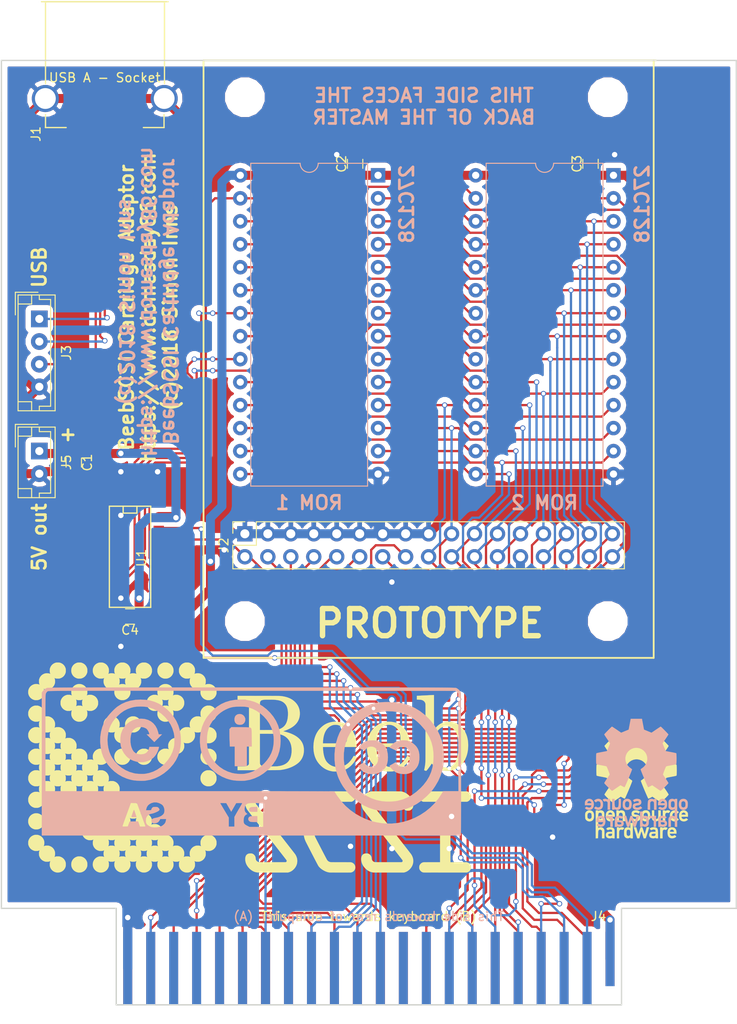
<source format=kicad_pcb>
(kicad_pcb (version 4) (host pcbnew 4.0.7)
  (title_block (title "BeebSCSI - Master Cartridge Adapter") (date 2018-05-19) (rev 1_2) (company https://www.domesday86.com) (comment 1 "(c)2018 Simon Inns") (comment 2 "License: Attribution ShareAlike International (CC BY-SA 4.0)") (comment 3 "EXPERIMENTAL UNTESTED DESIGN!"))
  (layers (0 F.Cu signal) (31 B.Cu signal) (34 B.Paste user) (35 F.Paste user) (36 B.SilkS user) (37 F.SilkS user) (38 B.Mask user) (39 F.Mask user) (44 Edge.Cuts user))
  (net 0 "")
  (net 1 +5V)
  (net 2 GND)
  (net 3 "Net-(J1-Pad3)")
  (net 4 "Net-(J1-Pad2)")
  (net 5 "Net-(J1-Pad1)")
  (net 6 R/~W)
  (net 7 D0)
  (net 8 D1)
  (net 9 D2)
  (net 10 D3)
  (net 11 D4)
  (net 12 D5)
  (net 13 D6)
  (net 14 D7)
  (net 15 A0)
  (net 16 A1)
  (net 17 A2)
  (net 18 A3)
  (net 19 A4)
  (net 20 A5)
  (net 21 A6)
  (net 22 A7)
  (net 23 "Net-(U1-Pad12)")
  (net 24 "Net-(U1-Pad11)")
  (net 25 "Net-(U1-Pad7)")
  (net 26 "Net-(U1-Pad6)")
  (net 27 A12)
  (net 28 A10)
  (net 29 A11)
  (net 30 A9)
  (net 31 A8)
  (net 32 A13)
  (net 33 2MHZE)
  (net 34 NNMI)
  (net 35 NIRQ)
  (net 36 NPGFC)
  (net 37 NPGFD)
  (net 38 RST)
  (net 39 ADIN)
  (net 40 ROM_~OE)
  (net 41 CS_R/~W)
  (net 42 ROM_~QA)
  (module Capacitors_SMD:C_0805 (layer F.Cu) (at 106.045 90.17 270)
    (fp_text reference C1 (at 0 -1.5 270) (layer F.SilkS))
    (fp_text value 100nF)
    (pad 1 smd rect (at -1 0 270) (size 1 1.25) (layers F.Cu F.Paste F.Mask) (net 1 +5V))
    (pad 2 smd rect (at 1 0 270) (size 1 1.25) (layers F.Cu F.Paste F.Mask) (net 2 GND))
  )
  (module "USB Female:Amphenol_87583-2010BLF" (layer F.Cu) (at 109.474 52.07 180)
    (fp_text reference J1 (at 7.62 -1.778 270) (layer F.SilkS))
    (fp_text value USB_A hide)
    (fp_text user "USB A - Socket" (at 0 4.445 180) (layer F.SilkS))
    (pad 5 thru_hole circle (at 6.57 2.14 180) (size 3 3) (drill 2.3) (layers *.Cu *.Mask) (net 2 GND))
    (pad 4 smd rect (at 3.5 -1.5 180) (size 1.12 2.88) (layers F.Cu F.Paste F.Mask) (net 2 GND))
    (pad 3 smd rect (at 1 -1.5 180) (size 1.12 2.88) (layers F.Cu F.Paste F.Mask) (net 3 "Net-(J1-Pad3)"))
    (pad 2 smd rect (at -1 -1.5 180) (size 1.12 2.88) (layers F.Cu F.Paste F.Mask) (net 4 "Net-(J1-Pad2)"))
    (pad 1 smd rect (at -3.5 -1.5 180) (size 1.12 2.88) (layers F.Cu F.Paste F.Mask) (net 5 "Net-(J1-Pad1)"))
    (pad 5 thru_hole circle (at -6.57 2.14 180) (size 3 3) (drill 2.3) (layers *.Cu *.Mask) (net 2 GND))
  )
  (module Connectors_JST:JST_EH_B02B-EH-A_02x2.50mm_Straight (layer F.Cu) (at 102.235 88.9 270)
    (fp_text reference J5 (at 1.25 -3 270) (layer F.SilkS))
    (fp_text value "5V out")
    (pad 1 thru_hole rect (at 0 0 270) (size 1.85 1.85) (drill 0.9) (layers *.Cu *.Mask) (net 1 +5V))
    (pad 2 thru_hole circle (at 2.5 0 270) (size 1.85 1.85) (drill 0.9) (layers *.Cu *.Mask) (net 2 GND))
  )
  (module Socket_Strips:Socket_Strip_Straight_2x17_Pitch2.54mm (layer F.Cu) (at 124.968 98.044 90)
    (fp_text reference J2 (at -1.27 -2.33 90) (layer F.SilkS))
    (fp_text value "2 MHz Bus")
    (pad 1 thru_hole rect (at 0 0 90) (size 1.7 1.7) (drill 1) (layers *.Cu *.Mask) (net 2 GND))
    (pad 2 thru_hole oval (at -2.54 0 90) (size 1.7 1.7) (drill 1) (layers *.Cu *.Mask) (net 6 R/~W))
    (pad 3 thru_hole oval (at 0 2.54 90) (size 1.7 1.7) (drill 1) (layers *.Cu *.Mask) (net 2 GND))
    (pad 4 thru_hole oval (at -2.54 2.54 90) (size 1.7 1.7) (drill 1) (layers *.Cu *.Mask) (net 33 2MHZE))
    (pad 5 thru_hole oval (at 0 5.08 90) (size 1.7 1.7) (drill 1) (layers *.Cu *.Mask) (net 2 GND))
    (pad 6 thru_hole oval (at -2.54 5.08 90) (size 1.7 1.7) (drill 1) (layers *.Cu *.Mask) (net 34 NNMI))
    (pad 7 thru_hole oval (at 0 7.62 90) (size 1.7 1.7) (drill 1) (layers *.Cu *.Mask) (net 2 GND))
    (pad 8 thru_hole oval (at -2.54 7.62 90) (size 1.7 1.7) (drill 1) (layers *.Cu *.Mask) (net 35 NIRQ))
    (pad 9 thru_hole oval (at 0 10.16 90) (size 1.7 1.7) (drill 1) (layers *.Cu *.Mask) (net 2 GND))
    (pad 10 thru_hole oval (at -2.54 10.16 90) (size 1.7 1.7) (drill 1) (layers *.Cu *.Mask) (net 36 NPGFC))
    (pad 11 thru_hole oval (at 0 12.7 90) (size 1.7 1.7) (drill 1) (layers *.Cu *.Mask) (net 2 GND))
    (pad 12 thru_hole oval (at -2.54 12.7 90) (size 1.7 1.7) (drill 1) (layers *.Cu *.Mask) (net 37 NPGFD))
    (pad 13 thru_hole oval (at 0 15.24 90) (size 1.7 1.7) (drill 1) (layers *.Cu *.Mask) (net 2 GND))
    (pad 14 thru_hole oval (at -2.54 15.24 90) (size 1.7 1.7) (drill 1) (layers *.Cu *.Mask) (net 38 RST))
    (pad 15 thru_hole oval (at 0 17.78 90) (size 1.7 1.7) (drill 1) (layers *.Cu *.Mask) (net 2 GND))
    (pad 16 thru_hole oval (at -2.54 17.78 90) (size 1.7 1.7) (drill 1) (layers *.Cu *.Mask) (net 39 ADIN))
    (pad 17 thru_hole oval (at 0 20.32 90) (size 1.7 1.7) (drill 1) (layers *.Cu *.Mask) (net 2 GND))
    (pad 18 thru_hole oval (at -2.54 20.32 90) (size 1.7 1.7) (drill 1) (layers *.Cu *.Mask) (net 7 D0))
    (pad 19 thru_hole oval (at 0 22.86 90) (size 1.7 1.7) (drill 1) (layers *.Cu *.Mask) (net 8 D1))
    (pad 20 thru_hole oval (at -2.54 22.86 90) (size 1.7 1.7) (drill 1) (layers *.Cu *.Mask) (net 9 D2))
    (pad 21 thru_hole oval (at 0 25.4 90) (size 1.7 1.7) (drill 1) (layers *.Cu *.Mask) (net 10 D3))
    (pad 22 thru_hole oval (at -2.54 25.4 90) (size 1.7 1.7) (drill 1) (layers *.Cu *.Mask) (net 11 D4))
    (pad 23 thru_hole oval (at 0 27.94 90) (size 1.7 1.7) (drill 1) (layers *.Cu *.Mask) (net 12 D5))
    (pad 24 thru_hole oval (at -2.54 27.94 90) (size 1.7 1.7) (drill 1) (layers *.Cu *.Mask) (net 13 D6))
    (pad 25 thru_hole oval (at 0 30.48 90) (size 1.7 1.7) (drill 1) (layers *.Cu *.Mask) (net 14 D7))
    (pad 26 thru_hole oval (at -2.54 30.48 90) (size 1.7 1.7) (drill 1) (layers *.Cu *.Mask) (net 2 GND))
    (pad 27 thru_hole oval (at 0 33.02 90) (size 1.7 1.7) (drill 1) (layers *.Cu *.Mask) (net 15 A0))
    (pad 28 thru_hole oval (at -2.54 33.02 90) (size 1.7 1.7) (drill 1) (layers *.Cu *.Mask) (net 16 A1))
    (pad 29 thru_hole oval (at 0 35.56 90) (size 1.7 1.7) (drill 1) (layers *.Cu *.Mask) (net 17 A2))
    (pad 30 thru_hole oval (at -2.54 35.56 90) (size 1.7 1.7) (drill 1) (layers *.Cu *.Mask) (net 18 A3))
    (pad 31 thru_hole oval (at 0 38.1 90) (size 1.7 1.7) (drill 1) (layers *.Cu *.Mask) (net 19 A4))
    (pad 32 thru_hole oval (at -2.54 38.1 90) (size 1.7 1.7) (drill 1) (layers *.Cu *.Mask) (net 20 A5))
    (pad 33 thru_hole oval (at 0 40.64 90) (size 1.7 1.7) (drill 1) (layers *.Cu *.Mask) (net 21 A6))
    (pad 34 thru_hole oval (at -2.54 40.64 90) (size 1.7 1.7) (drill 1) (layers *.Cu *.Mask) (net 22 A7))
  )
  (module Connectors_JST:JST_EH_B04B-EH-A_04x2.50mm_Straight (layer F.Cu) (at 102.235 74.295 270)
    (fp_text reference J3 (at 3.75 -3 270) (layer F.SilkS))
    (fp_text value USB)
    (pad 1 thru_hole rect (at 0 0 270) (size 1.85 1.85) (drill 0.9) (layers *.Cu *.Mask) (net 5 "Net-(J1-Pad1)"))
    (pad 2 thru_hole circle (at 2.5 0 270) (size 1.85 1.85) (drill 0.9) (layers *.Cu *.Mask) (net 4 "Net-(J1-Pad2)"))
    (pad 3 thru_hole circle (at 5 0 270) (size 1.85 1.85) (drill 0.9) (layers *.Cu *.Mask) (net 3 "Net-(J1-Pad3)"))
    (pad 4 thru_hole circle (at 7.5 0 270) (size 1.85 1.85) (drill 0.9) (layers *.Cu *.Mask) (net 2 GND))
  )
  (module Mounting_Holes:MountingHole_3.2mm_M3 (layer F.Cu) (at 124.968 107.696)
    (fp_text reference MK1 hide)
    (fp_text value Mounting_Hole)
    (pad 1 np_thru_hole circle (at 0 0) (size 3.2 3.2) (drill 3.2) (layers *.Cu *.Mask))
  )
  (module Mounting_Holes:MountingHole_3.2mm_M3 (layer F.Cu) (at 165.1 107.696)
    (fp_text reference MK2 hide)
    (fp_text value Mounting_Hole)
    (pad 1 np_thru_hole circle (at 0 0) (size 3.2 3.2) (drill 3.2) (layers *.Cu *.Mask))
  )
  (module Mounting_Holes:MountingHole_3.2mm_M3 (layer F.Cu) (at 124.968 49.784)
    (fp_text reference MK3 hide)
    (fp_text value Mounting_Hole)
    (pad 1 np_thru_hole circle (at 0 0) (size 3.2 3.2) (drill 3.2) (layers *.Cu *.Mask))
  )
  (module Mounting_Holes:MountingHole_3.2mm_M3 (layer F.Cu) (at 165.1 49.784)
    (fp_text reference MK4 hide)
    (fp_text value Mounting_Hole)
    (pad 1 np_thru_hole circle (at 0 0) (size 3.2 3.2) (drill 3.2) (layers *.Cu *.Mask))
  )
  (module Capacitors_SMD:C_0805 (layer F.Cu) (at 137.16 57.15 90)
    (fp_text reference C2 (at 0 -1.5 90) (layer F.SilkS))
    (fp_text value 100nF)
    (pad 1 smd rect (at -1 0 90) (size 1 1.25) (layers F.Cu F.Paste F.Mask) (net 1 +5V))
    (pad 2 smd rect (at 1 0 90) (size 1 1.25) (layers F.Cu F.Paste F.Mask) (net 2 GND))
  )
  (module Capacitors_SMD:C_0805 (layer F.Cu) (at 163.195 57.15 90)
    (fp_text reference C3 (at 0 -1.5 90) (layer F.SilkS))
    (fp_text value 100nF)
    (pad 1 smd rect (at -1 0 90) (size 1 1.25) (layers F.Cu F.Paste F.Mask) (net 1 +5V))
    (pad 2 smd rect (at 1 0 90) (size 1 1.25) (layers F.Cu F.Paste F.Mask) (net 2 GND))
  )
  (module SMD_Packages:SO-16-N (layer F.Cu) (at 112.268 100.584 270)
    (fp_text reference U1 (at 0.127 -1.27 270) (layer F.SilkS))
    (fp_text value 74HCT139)
    (pad 16 smd rect (at -4.445 -3.175 270) (size 0.508 1.143) (layers F.Cu F.Paste F.Mask) (net 1 +5V))
    (pad 14 smd rect (at -1.905 -3.175 270) (size 0.508 1.143) (layers F.Cu F.Paste F.Mask) (net 6 R/~W))
    (pad 13 smd rect (at -0.635 -3.175 270) (size 0.508 1.143) (layers F.Cu F.Paste F.Mask) (net 2 GND))
    (pad 12 smd rect (at 0.635 -3.175 270) (size 0.508 1.143) (layers F.Cu F.Paste F.Mask) (net 23 "Net-(U1-Pad12)"))
    (pad 11 smd rect (at 1.905 -3.175 270) (size 0.508 1.143) (layers F.Cu F.Paste F.Mask) (net 24 "Net-(U1-Pad11)"))
    (pad 10 smd rect (at 3.175 -3.175 270) (size 0.508 1.143) (layers F.Cu F.Paste F.Mask))
    (pad 9 smd rect (at 4.445 -3.175 270) (size 0.508 1.143) (layers F.Cu F.Paste F.Mask))
    (pad 8 smd rect (at 4.445 3.175 270) (size 0.508 1.143) (layers F.Cu F.Paste F.Mask) (net 2 GND))
    (pad 7 smd rect (at 3.175 3.175 270) (size 0.508 1.143) (layers F.Cu F.Paste F.Mask) (net 25 "Net-(U1-Pad7)"))
    (pad 6 smd rect (at 1.905 3.175 270) (size 0.508 1.143) (layers F.Cu F.Paste F.Mask) (net 26 "Net-(U1-Pad6)"))
    (pad 5 smd rect (at 0.635 3.175 270) (size 0.508 1.143) (layers F.Cu F.Paste F.Mask))
    (pad 4 smd rect (at -0.635 3.175 270) (size 0.508 1.143) (layers F.Cu F.Paste F.Mask))
    (pad 3 smd rect (at -1.905 3.175 270) (size 0.508 1.143) (layers F.Cu F.Paste F.Mask) (net 41 CS_R/~W))
    (pad 2 smd rect (at -3.175 3.175 270) (size 0.508 1.143) (layers F.Cu F.Paste F.Mask) (net 42 ROM_~QA))
    (pad 1 smd rect (at -4.445 3.175 270) (size 0.508 1.143) (layers F.Cu F.Paste F.Mask) (net 2 GND))
    (pad 15 smd rect (at -3.175 -3.175 270) (size 0.508 1.143) (layers F.Cu F.Paste F.Mask) (net 40 ROM_~OE))
  )
  (module Housings_DIP:DIP-28_W15.24mm (layer B.Cu) (at 139.7 58.42 180)
    (fp_text reference U2 hide)
    (fp_text value 27C128)
    (pad 1 thru_hole rect (at 0 0 180) (size 1.6 1.6) (drill 0.8) (layers *.Cu *.Mask) (net 1 +5V))
    (pad 15 thru_hole oval (at 15.24 -33.02 180) (size 1.6 1.6) (drill 0.8) (layers *.Cu *.Mask) (net 10 D3))
    (pad 2 thru_hole oval (at 0 -2.54 180) (size 1.6 1.6) (drill 0.8) (layers *.Cu *.Mask) (net 27 A12))
    (pad 16 thru_hole oval (at 15.24 -30.48 180) (size 1.6 1.6) (drill 0.8) (layers *.Cu *.Mask) (net 11 D4))
    (pad 3 thru_hole oval (at 0 -5.08 180) (size 1.6 1.6) (drill 0.8) (layers *.Cu *.Mask) (net 22 A7))
    (pad 17 thru_hole oval (at 15.24 -27.94 180) (size 1.6 1.6) (drill 0.8) (layers *.Cu *.Mask) (net 12 D5))
    (pad 4 thru_hole oval (at 0 -7.62 180) (size 1.6 1.6) (drill 0.8) (layers *.Cu *.Mask) (net 21 A6))
    (pad 18 thru_hole oval (at 15.24 -25.4 180) (size 1.6 1.6) (drill 0.8) (layers *.Cu *.Mask) (net 13 D6))
    (pad 5 thru_hole oval (at 0 -10.16 180) (size 1.6 1.6) (drill 0.8) (layers *.Cu *.Mask) (net 20 A5))
    (pad 19 thru_hole oval (at 15.24 -22.86 180) (size 1.6 1.6) (drill 0.8) (layers *.Cu *.Mask) (net 14 D7))
    (pad 6 thru_hole oval (at 0 -12.7 180) (size 1.6 1.6) (drill 0.8) (layers *.Cu *.Mask) (net 19 A4))
    (pad 20 thru_hole oval (at 15.24 -20.32 180) (size 1.6 1.6) (drill 0.8) (layers *.Cu *.Mask) (net 26 "Net-(U1-Pad6)"))
    (pad 7 thru_hole oval (at 0 -15.24 180) (size 1.6 1.6) (drill 0.8) (layers *.Cu *.Mask) (net 18 A3))
    (pad 21 thru_hole oval (at 15.24 -17.78 180) (size 1.6 1.6) (drill 0.8) (layers *.Cu *.Mask) (net 28 A10))
    (pad 8 thru_hole oval (at 0 -17.78 180) (size 1.6 1.6) (drill 0.8) (layers *.Cu *.Mask) (net 17 A2))
    (pad 22 thru_hole oval (at 15.24 -15.24 180) (size 1.6 1.6) (drill 0.8) (layers *.Cu *.Mask) (net 24 "Net-(U1-Pad11)"))
    (pad 9 thru_hole oval (at 0 -20.32 180) (size 1.6 1.6) (drill 0.8) (layers *.Cu *.Mask) (net 16 A1))
    (pad 23 thru_hole oval (at 15.24 -12.7 180) (size 1.6 1.6) (drill 0.8) (layers *.Cu *.Mask) (net 29 A11))
    (pad 10 thru_hole oval (at 0 -22.86 180) (size 1.6 1.6) (drill 0.8) (layers *.Cu *.Mask) (net 15 A0))
    (pad 24 thru_hole oval (at 15.24 -10.16 180) (size 1.6 1.6) (drill 0.8) (layers *.Cu *.Mask) (net 30 A9))
    (pad 11 thru_hole oval (at 0 -25.4 180) (size 1.6 1.6) (drill 0.8) (layers *.Cu *.Mask) (net 7 D0))
    (pad 25 thru_hole oval (at 15.24 -7.62 180) (size 1.6 1.6) (drill 0.8) (layers *.Cu *.Mask) (net 31 A8))
    (pad 12 thru_hole oval (at 0 -27.94 180) (size 1.6 1.6) (drill 0.8) (layers *.Cu *.Mask) (net 8 D1))
    (pad 26 thru_hole oval (at 15.24 -5.08 180) (size 1.6 1.6) (drill 0.8) (layers *.Cu *.Mask) (net 32 A13))
    (pad 13 thru_hole oval (at 0 -30.48 180) (size 1.6 1.6) (drill 0.8) (layers *.Cu *.Mask) (net 9 D2))
    (pad 27 thru_hole oval (at 15.24 -2.54 180) (size 1.6 1.6) (drill 0.8) (layers *.Cu *.Mask) (net 23 "Net-(U1-Pad12)"))
    (pad 14 thru_hole oval (at 0 -33.02 180) (size 1.6 1.6) (drill 0.8) (layers *.Cu *.Mask) (net 2 GND))
    (pad 28 thru_hole oval (at 15.24 0 180) (size 1.6 1.6) (drill 0.8) (layers *.Cu *.Mask) (net 1 +5V))
  )
  (module Housings_DIP:DIP-28_W15.24mm (layer B.Cu) (at 165.735 58.42 180)
    (fp_text reference U3 hide)
    (fp_text value 27C128)
    (pad 1 thru_hole rect (at 0 0 180) (size 1.6 1.6) (drill 0.8) (layers *.Cu *.Mask) (net 1 +5V))
    (pad 15 thru_hole oval (at 15.24 -33.02 180) (size 1.6 1.6) (drill 0.8) (layers *.Cu *.Mask) (net 10 D3))
    (pad 2 thru_hole oval (at 0 -2.54 180) (size 1.6 1.6) (drill 0.8) (layers *.Cu *.Mask) (net 27 A12))
    (pad 16 thru_hole oval (at 15.24 -30.48 180) (size 1.6 1.6) (drill 0.8) (layers *.Cu *.Mask) (net 11 D4))
    (pad 3 thru_hole oval (at 0 -5.08 180) (size 1.6 1.6) (drill 0.8) (layers *.Cu *.Mask) (net 22 A7))
    (pad 17 thru_hole oval (at 15.24 -27.94 180) (size 1.6 1.6) (drill 0.8) (layers *.Cu *.Mask) (net 12 D5))
    (pad 4 thru_hole oval (at 0 -7.62 180) (size 1.6 1.6) (drill 0.8) (layers *.Cu *.Mask) (net 21 A6))
    (pad 18 thru_hole oval (at 15.24 -25.4 180) (size 1.6 1.6) (drill 0.8) (layers *.Cu *.Mask) (net 13 D6))
    (pad 5 thru_hole oval (at 0 -10.16 180) (size 1.6 1.6) (drill 0.8) (layers *.Cu *.Mask) (net 20 A5))
    (pad 19 thru_hole oval (at 15.24 -22.86 180) (size 1.6 1.6) (drill 0.8) (layers *.Cu *.Mask) (net 14 D7))
    (pad 6 thru_hole oval (at 0 -12.7 180) (size 1.6 1.6) (drill 0.8) (layers *.Cu *.Mask) (net 19 A4))
    (pad 20 thru_hole oval (at 15.24 -20.32 180) (size 1.6 1.6) (drill 0.8) (layers *.Cu *.Mask) (net 25 "Net-(U1-Pad7)"))
    (pad 7 thru_hole oval (at 0 -15.24 180) (size 1.6 1.6) (drill 0.8) (layers *.Cu *.Mask) (net 18 A3))
    (pad 21 thru_hole oval (at 15.24 -17.78 180) (size 1.6 1.6) (drill 0.8) (layers *.Cu *.Mask) (net 28 A10))
    (pad 8 thru_hole oval (at 0 -17.78 180) (size 1.6 1.6) (drill 0.8) (layers *.Cu *.Mask) (net 17 A2))
    (pad 22 thru_hole oval (at 15.24 -15.24 180) (size 1.6 1.6) (drill 0.8) (layers *.Cu *.Mask) (net 24 "Net-(U1-Pad11)"))
    (pad 9 thru_hole oval (at 0 -20.32 180) (size 1.6 1.6) (drill 0.8) (layers *.Cu *.Mask) (net 16 A1))
    (pad 23 thru_hole oval (at 15.24 -12.7 180) (size 1.6 1.6) (drill 0.8) (layers *.Cu *.Mask) (net 29 A11))
    (pad 10 thru_hole oval (at 0 -22.86 180) (size 1.6 1.6) (drill 0.8) (layers *.Cu *.Mask) (net 15 A0))
    (pad 24 thru_hole oval (at 15.24 -10.16 180) (size 1.6 1.6) (drill 0.8) (layers *.Cu *.Mask) (net 30 A9))
    (pad 11 thru_hole oval (at 0 -25.4 180) (size 1.6 1.6) (drill 0.8) (layers *.Cu *.Mask) (net 7 D0))
    (pad 25 thru_hole oval (at 15.24 -7.62 180) (size 1.6 1.6) (drill 0.8) (layers *.Cu *.Mask) (net 31 A8))
    (pad 12 thru_hole oval (at 0 -27.94 180) (size 1.6 1.6) (drill 0.8) (layers *.Cu *.Mask) (net 8 D1))
    (pad 26 thru_hole oval (at 15.24 -5.08 180) (size 1.6 1.6) (drill 0.8) (layers *.Cu *.Mask) (net 32 A13))
    (pad 13 thru_hole oval (at 0 -30.48 180) (size 1.6 1.6) (drill 0.8) (layers *.Cu *.Mask) (net 9 D2))
    (pad 27 thru_hole oval (at 15.24 -2.54 180) (size 1.6 1.6) (drill 0.8) (layers *.Cu *.Mask) (net 23 "Net-(U1-Pad12)"))
    (pad 14 thru_hole oval (at 0 -33.02 180) (size 1.6 1.6) (drill 0.8) (layers *.Cu *.Mask) (net 2 GND))
    (pad 28 thru_hole oval (at 15.24 0 180) (size 1.6 1.6) (drill 0.8) (layers *.Cu *.Mask) (net 1 +5V))
  )
  (module "Acorn Cartridge edge-connector:Acorn_Cartridge" (layer F.Cu) (at 138.684 146.05)
    (fp_text reference J4 (at 25.4 -5.715) (layer F.SilkS))
    (fp_text value AcornCartridgeEdgeConnector)
    (fp_text user "This side towards rear of computer (A)" (at 0 -5.715) (layer B.SilkS) (effects (justify mirror)))
    (fp_text user "This side towards keyboard (B)" (at 0 -5.715) (layer F.SilkS))
    (pad 1B connect rect (at 26.67 -1.016) (size 1 6) (layers *.Mask F.Cu) (net 1 +5V))
    (pad 2B connect rect (at 24.13 0) (size 1 8) (layers *.Mask F.Cu) (net 28 A10))
    (pad 3B connect rect (at 21.59 0) (size 1 8) (layers *.Mask F.Cu) (net 10 D3))
    (pad 4B connect rect (at 19.05 0) (size 1 8) (layers *.Mask F.Cu) (net 29 A11))
    (pad 5B connect rect (at 16.51 0) (size 1 8) (layers *.Mask F.Cu) (net 30 A9))
    (pad 6B connect rect (at 13.97 0) (size 1 8) (layers *.Mask F.Cu) (net 14 D7))
    (pad 7B connect rect (at 11.43 0) (size 1 8) (layers *.Mask F.Cu) (net 13 D6))
    (pad 8B connect rect (at 8.89 0) (size 1 8) (layers *.Mask F.Cu) (net 12 D5))
    (pad 9B connect rect (at 6.35 0) (size 1 8) (layers *.Mask F.Cu) (net 11 D4))
    (pad 10B connect rect (at 3.81 0) (size 1 8) (layers *.Mask F.Cu))
    (pad 11B connect rect (at 1.27 0) (size 1 8) (layers *.Mask F.Cu) (net 22 A7))
    (pad 12B connect rect (at -1.27 0) (size 1 8) (layers *.Mask F.Cu) (net 21 A6))
    (pad 13B connect rect (at -3.81 0) (size 1 8) (layers *.Mask F.Cu) (net 20 A5))
    (pad 14B connect rect (at -6.35 0) (size 1 8) (layers *.Mask F.Cu) (net 19 A4))
    (pad 15B connect rect (at -8.89 0) (size 1 8) (layers *.Mask F.Cu) (net 18 A3))
    (pad 16B connect rect (at -11.43 0) (size 1 8) (layers *.Mask F.Cu) (net 17 A2))
    (pad 17B connect rect (at -13.97 0) (size 1 8) (layers *.Mask F.Cu) (net 16 A1))
    (pad 18B connect rect (at -16.51 0) (size 1 8) (layers *.Mask F.Cu) (net 15 A0))
    (pad 19B connect rect (at -19.05 0) (size 1 8) (layers *.Mask F.Cu) (net 7 D0))
    (pad 20B connect rect (at -21.59 0) (size 1 8) (layers *.Mask F.Cu) (net 9 D2))
    (pad 21B connect rect (at -24.13 0) (size 1 8) (layers *.Mask F.Cu) (net 8 D1))
    (pad 22B connect rect (at -26.67 0) (size 1 8) (layers *.Mask F.Cu) (net 2 GND))
    (pad 1A connect rect (at 26.67 -1) (size 1 6) (layers *.Mask B.Cu) (net 1 +5V))
    (pad 2A connect rect (at 24.13 0) (size 1 8) (layers *.Mask B.Cu) (net 40 ROM_~OE))
    (pad 3A connect rect (at 21.59 0) (size 1 8) (layers *.Mask B.Cu) (net 38 RST))
    (pad 4A connect rect (at 19.05 0) (size 1 8) (layers *.Mask B.Cu) (net 41 CS_R/~W))
    (pad 5A connect rect (at 16.51 0) (size 1 8) (layers *.Mask B.Cu) (net 31 A8))
    (pad 6A connect rect (at 13.97 0) (size 1 8) (layers *.Mask B.Cu) (net 32 A13))
    (pad 7A connect rect (at 11.43 0) (size 1 8) (layers *.Mask B.Cu) (net 27 A12))
    (pad 8A connect rect (at 8.89 0) (size 1 8) (layers *.Mask B.Cu) (net 33 2MHZE))
    (pad 9A connect rect (at 6.35 0) (size 1 8) (layers *.Mask B.Cu))
    (pad 10A connect rect (at 3.81 0) (size 1 8) (layers *.Mask B.Cu))
    (pad 11A connect rect (at 1.27 0) (size 1 8) (layers *.Mask B.Cu) (net 6 R/~W))
    (pad 12A connect rect (at -1.27 0) (size 1 8) (layers *.Mask B.Cu) (net 34 NNMI))
    (pad 13A connect rect (at -3.81 0) (size 1 8) (layers *.Mask B.Cu) (net 35 NIRQ))
    (pad 14A connect rect (at -6.35 0) (size 1 8) (layers *.Mask B.Cu) (net 36 NPGFC))
    (pad 15A connect rect (at -8.89 0) (size 1 8) (layers *.Mask B.Cu) (net 37 NPGFD))
    (pad 16A connect rect (at -11.43 0) (size 1 8) (layers *.Mask B.Cu) (net 42 ROM_~QA))
    (pad 17A connect rect (at -13.97 0) (size 1 8) (layers *.Mask B.Cu))
    (pad 18A connect rect (at -16.51 0) (size 1 8) (layers *.Mask B.Cu))
    (pad 19A connect rect (at -19.05 0) (size 1 8) (layers *.Mask B.Cu))
    (pad 20A connect rect (at -21.59 0) (size 1 8) (layers *.Mask B.Cu))
    (pad 21A connect rect (at -24.13 0) (size 1 8) (layers *.Mask B.Cu) (net 39 ADIN))
    (pad 22A connect rect (at -26.67 0) (size 1 8) (layers *.Mask B.Cu) (net 2 GND))
  )
  (module Capacitors_SMD:C_0805 (layer F.Cu) (at 112.268 107.188 180)
    (fp_text reference C4 (at 0 -1.5 180) (layer F.SilkS))
    (fp_text value 100nF)
    (pad 1 smd rect (at -1 0 180) (size 1 1.25) (layers F.Cu F.Paste F.Mask) (net 1 +5V))
    (pad 2 smd rect (at 1 0 180) (size 1 1.25) (layers F.Cu F.Paste F.Mask) (net 2 GND))
  )
  (module Graphics:BeebSCSI_50x26_logo (layer F.Cu) (at 125.73 125.095)
    (fp_text reference G*** hide)
    (fp_text value LOGO hide)
  )
  (module Symbols:OSHW-Logo_11.4x12mm_SilkScreen (layer F.Cu) (at 168.275 125.73)
    (fp_text reference REF*** hide)
    (fp_text value OSHW-Logo_11.4x12mm_SilkScreen hide)
  )
  (module Graphics:CCLicense_47x17_logo (layer B.Cu) (at 125.73 123.19 180)
    (fp_text reference G*** hide)
    (fp_text value LOGO hide)
  )
  (module Symbols:OSHW-Logo_11.4x12mm_SilkScreen (layer B.Cu) (at 168.275 124.46 180)
    (fp_text reference REF*** hide)
    (fp_text value OSHW-Logo_11.4x12mm_SilkScreen hide)
  )
  (gr_text "BeebSCSI Cartridge Adaptor\nhttps://www.domesday86.com\n(c)2018 Simon Inns" (at 114.3 72.39 270) (layer B.SilkS) (effects (font (size 1.5 1.5) (thickness 0.3)) (justify mirror)))
  (gr_text 27C128 (at 168.91 61.595 90) (layer B.SilkS) (effects (font (size 1.5 1.5) (thickness 0.3)) (justify mirror)))
  (gr_text 27C128 (at 142.875 61.595 90) (layer B.SilkS) (effects (font (size 1.5 1.5) (thickness 0.3)) (justify mirror)))
  (gr_text + (at 105.41 86.995) (layer F.SilkS) (effects (font (size 1.5 1.5) (thickness 0.3))))
  (gr_text "ROM 2" (at 158.115 94.615) (layer B.SilkS) (effects (font (size 1.5 1.5) (thickness 0.3)) (justify mirror)))
  (gr_text "ROM 1" (at 132.08 94.615) (layer B.SilkS) (effects (font (size 1.5 1.5) (thickness 0.3)) (justify mirror)))
  (gr_line (start 98.044 45.72) (end 179.324 45.72) (angle 90) (layer Edge.Cuts) (width 0.15))
  (gr_line (start 179.324 51.308) (end 179.324 45.72) (angle 90) (layer Edge.Cuts) (width 0.15))
  (gr_line (start 98.044 51.308) (end 98.044 45.72) (angle 90) (layer Edge.Cuts) (width 0.15))
  (gr_line (start 170.18 45.72) (end 120.396 45.72) (angle 90) (layer F.SilkS) (width 0.2))
  (gr_line (start 170.18 47.498) (end 170.18 45.72) (angle 90) (layer F.SilkS) (width 0.2))
  (gr_line (start 120.396 47.498) (end 120.396 45.72) (angle 90) (layer F.SilkS) (width 0.2))
  (gr_line (start 170.18 45.72) (end 170.434 45.72) (angle 90) (layer F.SilkS) (width 0.2))
  (gr_line (start 120.396 111.76) (end 120.396 47.498) (angle 90) (layer F.SilkS) (width 0.2))
  (gr_line (start 170.18 111.76) (end 170.18 47.498) (angle 90) (layer F.SilkS) (width 0.2))
  (gr_line (start 98.044 139.446) (end 98.044 51.308) (angle 90) (layer Edge.Cuts) (width 0.15))
  (gr_line (start 179.324 51.308) (end 179.324 139.446) (angle 90) (layer Edge.Cuts) (width 0.15))
  (gr_text "5V out" (at 102.235 98.425 90) (layer F.SilkS) (effects (font (size 1.5 1.5) (thickness 0.3))))
  (gr_text USB (at 102.235 68.58 90) (layer F.SilkS) (effects (font (size 1.5 1.5) (thickness 0.3))))
  (gr_text "THIS SIDE FACES THE\nBACK OF THE MASTER" (at 144.78 50.8) (layer B.SilkS) (effects (font (size 1.5 1.5) (thickness 0.3)) (justify mirror)))
  (gr_text "BeebSCSI Cartridge Adaptor\nhttps://www.domesday86.com\n(c)2018 Simon Inns" (at 114.3 73.025 90) (layer F.SilkS) (effects (font (size 1.5 1.5) (thickness 0.3))))
  (gr_text PROTOTYPE (at 145.415 107.95) (layer F.SilkS) (effects (font (size 3 3) (thickness 0.6))))
  (gr_line (start 120.396 111.76) (end 170.18 111.76) (angle 90) (layer F.SilkS) (width 0.2))
  (gr_line (start 166.624 150.114) (end 166.624 139.446) (angle 90) (layer Edge.Cuts) (width 0.15))
  (gr_line (start 110.744 150.114) (end 166.624 150.114) (angle 90) (layer Edge.Cuts) (width 0.15))
  (gr_line (start 110.744 139.446) (end 110.744 150.114) (angle 90) (layer Edge.Cuts) (width 0.15))
  (gr_line (start 98.044 139.446) (end 110.744 139.446) (angle 90) (layer Edge.Cuts) (width 0.15))
  (gr_line (start 166.624 139.446) (end 179.324 139.446) (angle 90) (layer Edge.Cuts) (width 0.15))
  (segment (start 164.592 118.618) (end 164.592 115.824) (width 1) (layer F.Cu) (net 1))
  (segment (start 165.1 115.316) (end 166.37 115.316) (width 1) (layer F.Cu) (net 1))
  (segment (start 164.592 115.824) (end 165.1 115.316) (width 1) (layer F.Cu) (net 1))
  (segment (start 165.354 140.716) (end 164.592 139.954) (width 1) (layer F.Cu) (net 1))
  (segment (start 164.592 139.954) (end 164.592 118.618) (width 1) (layer F.Cu) (net 1))
  (segment (start 170.18 115.316) (end 172.72 112.776) (width 1) (layer F.Cu) (net 1))
  (segment (start 172.72 64.008) (end 172.72 112.776) (width 1) (layer F.Cu) (net 1))
  (segment (start 167.132 58.42) (end 172.72 64.008) (width 1) (layer F.Cu) (net 1))
  (segment (start 165.735 58.42) (end 167.132 58.42) (width 1) (layer F.Cu) (net 1))
  (segment (start 166.37 115.316) (end 170.18 115.316) (width 1) (layer F.Cu) (net 1))
  (segment (start 106.045 89.17) (end 102.505 89.17) (width 1) (layer F.Cu) (net 1))
  (segment (start 102.505 89.17) (end 102.235 88.9) (width 1) (layer F.Cu) (net 1))
  (segment (start 106.045 89.17) (end 111.236 89.17) (width 1) (layer F.Cu) (net 1))
  (segment (start 117.348 89.916) (end 117.348 96.266) (width 1) (layer B.Cu) (net 1))
  (segment (start 116.586 89.154) (end 117.348 89.916) (width 1) (layer B.Cu) (net 1))
  (segment (start 111.252 89.154) (end 116.586 89.154) (width 1) (layer B.Cu) (net 1))
  (via (at 111.252 89.154) (size 0.8) (drill 0.6) (layers F.Cu B.Cu) (net 1))
  (segment (start 111.236 89.17) (end 111.252 89.154) (width 1) (layer F.Cu) (net 1))
  (segment (start 165.354 145.05) (end 165.354 140.716) (width 1) (layer B.Cu) (net 1))
  (via (at 165.354 140.716) (size 0.8) (drill 0.6) (layers F.Cu B.Cu) (net 1))
  (segment (start 115.443 96.139) (end 117.221 96.139) (width 1) (layer F.Cu) (net 1))
  (segment (start 113.268 105.172) (end 113.268 107.188) (width 1) (layer F.Cu) (net 1))
  (segment (start 113.284 105.156) (end 113.268 105.172) (width 1) (layer F.Cu) (net 1))
  (via (at 113.284 105.156) (size 0.8) (drill 0.6) (layers F.Cu B.Cu) (net 1))
  (segment (start 113.284 97.282) (end 113.284 105.156) (width 1) (layer B.Cu) (net 1))
  (segment (start 114.3 96.266) (end 113.284 97.282) (width 1) (layer B.Cu) (net 1))
  (segment (start 117.348 96.266) (end 114.3 96.266) (width 1) (layer B.Cu) (net 1))
  (via (at 117.348 96.266) (size 0.8) (drill 0.6) (layers F.Cu B.Cu) (net 1))
  (segment (start 117.221 96.139) (end 117.348 96.266) (width 1) (layer F.Cu) (net 1))
  (segment (start 113.268 107.188) (end 118.11 107.188) (width 1) (layer F.Cu) (net 1))
  (via (at 121.158 101.092) (size 0.8) (drill 0.6) (layers F.Cu B.Cu) (net 1))
  (segment (start 121.158 104.14) (end 121.158 101.092) (width 1) (layer F.Cu) (net 1))
  (segment (start 118.11 107.188) (end 121.158 104.14) (width 1) (layer F.Cu) (net 1))
  (segment (start 121.158 96.266) (end 121.158 101.092) (width 1) (layer B.Cu) (net 1))
  (segment (start 124.46 58.42) (end 123.19 58.42) (width 1) (layer B.Cu) (net 1))
  (segment (start 122.428 94.996) (end 121.158 96.266) (width 1) (layer B.Cu) (net 1))
  (segment (start 122.428 59.182) (end 122.428 94.996) (width 1) (layer B.Cu) (net 1))
  (segment (start 123.19 58.42) (end 122.428 59.182) (width 1) (layer B.Cu) (net 1))
  (segment (start 165.735 58.42) (end 166.37 58.42) (width 1) (layer F.Cu) (net 1))
  (segment (start 165.354 140.716) (end 165.354 145.034) (width 1) (layer F.Cu) (net 1))
  (segment (start 139.7 58.42) (end 150.495 58.42) (width 1) (layer F.Cu) (net 1))
  (segment (start 165.735 58.42) (end 163.465 58.42) (width 1) (layer F.Cu) (net 1))
  (segment (start 163.465 58.42) (end 163.195 58.15) (width 1) (layer F.Cu) (net 1))
  (segment (start 150.495 58.42) (end 162.925 58.42) (width 1) (layer F.Cu) (net 1))
  (segment (start 162.925 58.42) (end 163.195 58.15) (width 1) (layer F.Cu) (net 1))
  (segment (start 139.7 58.42) (end 137.43 58.42) (width 1) (layer F.Cu) (net 1))
  (segment (start 137.43 58.42) (end 137.16 58.15) (width 1) (layer F.Cu) (net 1))
  (segment (start 124.46 58.42) (end 136.89 58.42) (width 1) (layer F.Cu) (net 1))
  (segment (start 136.89 58.42) (end 137.16 58.15) (width 1) (layer F.Cu) (net 1))
  (segment (start 137.525 58.69) (end 137.525 58.42) (width 0.25) (layer F.Cu) (net 1))
  (via (at 159.004 131.572) (size 0.8) (drill 0.6) (layers F.Cu B.Cu) (net 2))
  (segment (start 163.195 56.15) (end 137.16 56.15) (width 1) (layer F.Cu) (net 2))
  (segment (start 165.862 56.134) (end 163.211 56.134) (width 1) (layer F.Cu) (net 2))
  (segment (start 163.211 56.134) (end 163.195 56.15) (width 1) (layer F.Cu) (net 2))
  (segment (start 163.195 56.15) (end 165.846 56.15) (width 1) (layer F.Cu) (net 2))
  (via (at 165.862 56.134) (size 0.8) (drill 0.6) (layers F.Cu B.Cu) (net 2))
  (segment (start 165.846 56.15) (end 165.862 56.134) (width 1) (layer F.Cu) (net 2))
  (segment (start 141.224 132.842) (end 141.224 116.395002) (width 1) (layer B.Cu) (net 2))
  (via (at 141.224 103.378) (size 0.8) (drill 0.6) (layers F.Cu B.Cu) (net 2))
  (segment (start 141.224 116.395002) (end 141.224 103.378) (width 1) (layer F.Cu) (net 2))
  (via (at 141.224 116.395002) (size 0.8) (drill 0.6) (layers F.Cu B.Cu) (net 2))
  (segment (start 163.068 131.572) (end 173.99 131.572) (width 1) (layer B.Cu) (net 2))
  (segment (start 129.032 124.968) (end 136.652 132.588) (width 1) (layer B.Cu) (net 2))
  (via (at 136.652 132.588) (size 0.8) (drill 0.6) (layers F.Cu B.Cu) (net 2))
  (segment (start 136.652 132.588) (end 136.906 132.842) (width 1) (layer F.Cu) (net 2))
  (segment (start 136.906 132.842) (end 141.224 132.842) (width 1) (layer F.Cu) (net 2))
  (via (at 141.224 132.842) (size 0.8) (drill 0.6) (layers F.Cu B.Cu) (net 2))
  (segment (start 141.224 132.842) (end 147.574 132.842) (width 1) (layer B.Cu) (net 2))
  (via (at 147.574 132.842) (size 0.8) (drill 0.6) (layers F.Cu B.Cu) (net 2))
  (segment (start 147.574 132.842) (end 147.828 132.588) (width 1) (layer F.Cu) (net 2))
  (segment (start 147.828 132.588) (end 147.828 129.286) (width 1) (layer F.Cu) (net 2))
  (via (at 147.828 129.286) (size 0.8) (drill 0.6) (layers F.Cu B.Cu) (net 2))
  (segment (start 147.828 129.286) (end 150.114 131.572) (width 1) (layer B.Cu) (net 2))
  (segment (start 150.114 131.572) (end 159.004 131.572) (width 1) (layer B.Cu) (net 2))
  (segment (start 159.004 131.572) (end 163.068 131.572) (width 1) (layer B.Cu) (net 2))
  (segment (start 112.014 124.968) (end 129.032 124.968) (width 1) (layer B.Cu) (net 2))
  (segment (start 176.276 56.134) (end 167.386 56.134) (width 1) (layer B.Cu) (net 2))
  (segment (start 177.292 57.15) (end 176.276 56.134) (width 1) (layer B.Cu) (net 2))
  (segment (start 177.292 128.27) (end 177.292 57.15) (width 1) (layer B.Cu) (net 2))
  (segment (start 173.99 131.572) (end 177.292 128.27) (width 1) (layer B.Cu) (net 2))
  (segment (start 112.014 140.462) (end 112.014 138.43) (width 1) (layer F.Cu) (net 2))
  (segment (start 99.568 92.376) (end 100.544 91.4) (width 1) (layer F.Cu) (net 2))
  (segment (start 99.568 135.128) (end 99.568 92.376) (width 1) (layer F.Cu) (net 2))
  (segment (start 101.346 136.906) (end 99.568 135.128) (width 1) (layer F.Cu) (net 2))
  (segment (start 110.49 136.906) (end 101.346 136.906) (width 1) (layer F.Cu) (net 2))
  (segment (start 112.014 138.43) (end 110.49 136.906) (width 1) (layer F.Cu) (net 2))
  (segment (start 111.268 107.188) (end 111.268 110.474) (width 1) (layer F.Cu) (net 2))
  (segment (start 112.014 111.252) (end 112.014 124.968) (width 1) (layer B.Cu) (net 2))
  (segment (start 112.014 124.968) (end 112.014 146.05) (width 1) (layer B.Cu) (net 2))
  (segment (start 111.252 110.49) (end 112.014 111.252) (width 1) (layer B.Cu) (net 2))
  (via (at 111.252 110.49) (size 0.8) (drill 0.6) (layers F.Cu B.Cu) (net 2))
  (segment (start 111.268 110.474) (end 111.252 110.49) (width 1) (layer F.Cu) (net 2))
  (segment (start 111.252 105.156) (end 111.252 107.172) (width 1) (layer F.Cu) (net 2))
  (segment (start 111.252 107.172) (end 111.268 107.188) (width 1) (layer F.Cu) (net 2))
  (segment (start 165.735 91.44) (end 167.386 91.44) (width 1) (layer B.Cu) (net 2))
  (segment (start 167.386 91.44) (end 167.894 90.932) (width 1) (layer B.Cu) (net 2))
  (segment (start 167.894 90.932) (end 167.894 56.642) (width 1) (layer B.Cu) (net 2))
  (segment (start 167.894 56.642) (end 167.386 56.134) (width 1) (layer B.Cu) (net 2))
  (segment (start 167.386 56.134) (end 165.862 56.134) (width 1) (layer B.Cu) (net 2))
  (segment (start 139.7 91.44) (end 135.636 91.44) (width 1) (layer B.Cu) (net 2))
  (via (at 135.128 56.134) (size 0.8) (drill 0.6) (layers F.Cu B.Cu) (net 2))
  (segment (start 135.128 90.932) (end 135.128 56.134) (width 1) (layer B.Cu) (net 2))
  (segment (start 135.636 91.44) (end 135.128 90.932) (width 1) (layer B.Cu) (net 2))
  (segment (start 135.128 56.134) (end 135.128 56.15) (width 1) (layer F.Cu) (net 2))
  (segment (start 135.128 56.15) (end 135.128 56.134) (width 1) (layer F.Cu) (net 2))
  (segment (start 135.128 56.134) (end 135.128 56.15) (width 1) (layer F.Cu) (net 2))
  (segment (start 116.044 49.93) (end 116.044 50.004) (width 1) (layer F.Cu) (net 2))
  (segment (start 116.044 50.004) (end 122.19 56.15) (width 1) (layer F.Cu) (net 2))
  (segment (start 122.19 56.15) (end 135.128 56.15) (width 1) (layer F.Cu) (net 2))
  (segment (start 135.128 56.15) (end 163.195 56.15) (width 1) (layer F.Cu) (net 2))
  (segment (start 105.974 53.57) (end 105.974 49.93) (width 1) (layer F.Cu) (net 2))
  (segment (start 105.918 50.292) (end 105.918 49.93) (width 1) (layer F.Cu) (net 2))
  (segment (start 105.918 49.986) (end 105.918 50.292) (width 1) (layer F.Cu) (net 2))
  (segment (start 105.974 49.93) (end 105.918 49.986) (width 1) (layer F.Cu) (net 2))
  (segment (start 102.235 81.795) (end 101.607 81.795) (width 1) (layer F.Cu) (net 2))
  (segment (start 101.607 81.795) (end 100.076 80.264) (width 1) (layer F.Cu) (net 2))
  (segment (start 100.076 52.758) (end 102.904 49.93) (width 1) (layer F.Cu) (net 2))
  (segment (start 100.076 80.264) (end 100.076 52.758) (width 1) (layer F.Cu) (net 2))
  (segment (start 102.904 49.93) (end 105.918 49.93) (width 1) (layer F.Cu) (net 2))
  (segment (start 105.918 49.93) (end 116.044 49.93) (width 1) (layer F.Cu) (net 2))
  (segment (start 115.443 99.949) (end 119.507 99.949) (width 1) (layer F.Cu) (net 2))
  (via (at 122.682 99.822) (size 0.8) (drill 0.6) (layers F.Cu B.Cu) (net 2))
  (segment (start 119.634 99.822) (end 122.682 99.822) (width 1) (layer F.Cu) (net 2))
  (segment (start 119.507 99.949) (end 119.634 99.822) (width 1) (layer F.Cu) (net 2))
  (segment (start 102.235 91.4) (end 100.544 91.4) (width 1) (layer F.Cu) (net 2))
  (segment (start 99.822 84.208) (end 102.235 81.795) (width 1) (layer F.Cu) (net 2))
  (segment (start 100.544 91.4) (end 99.822 90.678) (width 1) (layer F.Cu) (net 2))
  (segment (start 99.822 90.678) (end 99.822 84.208) (width 1) (layer F.Cu) (net 2))
  (segment (start 106.045 91.17) (end 102.465 91.17) (width 1) (layer F.Cu) (net 2))
  (segment (start 102.465 91.17) (end 102.235 91.4) (width 1) (layer F.Cu) (net 2))
  (segment (start 112.014 146.05) (end 112.014 140.462) (width 1) (layer F.Cu) (net 2))
  (segment (start 112.014 146.05) (end 112.014 140.462) (width 1) (layer B.Cu) (net 2))
  (via (at 112.014 140.462) (size 0.8) (drill 0.6) (layers F.Cu B.Cu) (net 2))
  (segment (start 109.093 96.139) (end 111.125 96.139) (width 1) (layer F.Cu) (net 2))
  (via (at 111.252 96.012) (size 0.8) (drill 0.6) (layers F.Cu B.Cu) (net 2))
  (segment (start 111.125 96.139) (end 111.252 96.012) (width 1) (layer F.Cu) (net 2))
  (segment (start 109.093 105.029) (end 111.125 105.029) (width 1) (layer F.Cu) (net 2))
  (segment (start 111.125 105.029) (end 111.252 105.156) (width 1) (layer F.Cu) (net 2))
  (via (at 115.316 91.186) (size 0.8) (drill 0.6) (layers F.Cu B.Cu) (net 2))
  (segment (start 124.968 98.044) (end 123.698 98.044) (width 1) (layer F.Cu) (net 2))
  (segment (start 122.682 97.028) (end 123.698 98.044) (width 1) (layer F.Cu) (net 2))
  (segment (start 122.682 92.202) (end 122.682 97.028) (width 1) (layer F.Cu) (net 2))
  (segment (start 121.666 91.186) (end 122.682 92.202) (width 1) (layer F.Cu) (net 2))
  (segment (start 121.666 91.186) (end 115.316 91.186) (width 1) (layer F.Cu) (net 2))
  (segment (start 122.682 102.108) (end 123.952 103.378) (width 1) (layer B.Cu) (net 2))
  (segment (start 141.224 103.378) (end 124.206 103.378) (width 1) (layer B.Cu) (net 2))
  (segment (start 122.682 102.108) (end 122.682 99.822) (width 1) (layer B.Cu) (net 2))
  (segment (start 123.952 103.378) (end 124.206 103.378) (width 1) (layer B.Cu) (net 2))
  (segment (start 111.252 91.186) (end 115.316 91.186) (width 1) (layer B.Cu) (net 2))
  (via (at 111.252 91.186) (size 0.8) (drill 0.6) (layers F.Cu B.Cu) (net 2))
  (segment (start 111.252 91.186) (end 111.236 91.17) (width 1) (layer F.Cu) (net 2))
  (segment (start 111.236 91.17) (end 106.045 91.17) (width 1) (layer F.Cu) (net 2))
  (segment (start 111.252 105.156) (end 111.252 96.012) (width 1) (layer B.Cu) (net 2))
  (segment (start 111.252 96.012) (end 111.252 91.186) (width 1) (layer B.Cu) (net 2))
  (via (at 111.252 105.156) (size 0.8) (drill 0.6) (layers F.Cu B.Cu) (net 2))
  (segment (start 122.682 99.822) (end 122.682 99.06) (width 1) (layer B.Cu) (net 2))
  (segment (start 122.682 99.06) (end 123.698 98.044) (width 1) (layer B.Cu) (net 2))
  (segment (start 123.698 98.044) (end 124.968 98.044) (width 1) (layer B.Cu) (net 2))
  (segment (start 155.448 100.584) (end 155.448 102.87) (width 1) (layer B.Cu) (net 2))
  (segment (start 155.448 102.87) (end 154.94 103.378) (width 1) (layer B.Cu) (net 2))
  (segment (start 154.94 103.378) (end 141.224 103.378) (width 1) (layer B.Cu) (net 2))
  (segment (start 165.735 91.44) (end 157.226 91.44) (width 1) (layer F.Cu) (net 2))
  (segment (start 147.828 95.504) (end 145.288 98.044) (width 1) (layer F.Cu) (net 2))
  (segment (start 153.162 95.504) (end 147.828 95.504) (width 1) (layer F.Cu) (net 2))
  (segment (start 157.226 91.44) (end 153.162 95.504) (width 1) (layer F.Cu) (net 2))
  (segment (start 139.7 91.44) (end 139.7 97.536) (width 1) (layer B.Cu) (net 2))
  (segment (start 139.7 97.536) (end 140.208 98.044) (width 1) (layer B.Cu) (net 2))
  (segment (start 145.288 98.044) (end 142.748 98.044) (width 1) (layer B.Cu) (net 2))
  (segment (start 142.748 98.044) (end 140.208 98.044) (width 1) (layer B.Cu) (net 2))
  (segment (start 140.208 98.044) (end 137.668 98.044) (width 1) (layer B.Cu) (net 2))
  (segment (start 137.668 98.044) (end 135.128 98.044) (width 1) (layer B.Cu) (net 2))
  (segment (start 135.128 98.044) (end 132.588 98.044) (width 1) (layer B.Cu) (net 2))
  (segment (start 132.588 98.044) (end 130.048 98.044) (width 1) (layer B.Cu) (net 2))
  (segment (start 130.048 98.044) (end 127.508 98.044) (width 1) (layer B.Cu) (net 2))
  (segment (start 127.508 98.044) (end 124.968 98.044) (width 1) (layer B.Cu) (net 2))
  (segment (start 108.474 53.57) (end 108.474 78.47) (width 0.25) (layer F.Cu) (net 3))
  (segment (start 107.649 79.295) (end 102.235 79.295) (width 0.25) (layer F.Cu) (net 3))
  (segment (start 108.474 78.47) (end 107.649 79.295) (width 0.25) (layer F.Cu) (net 3))
  (segment (start 110.474 53.57) (end 110.474 56.404) (width 0.25) (layer F.Cu) (net 4))
  (segment (start 109.387 76.795) (end 102.235 76.795) (width 0.25) (layer B.Cu) (net 4))
  (segment (start 109.474 76.708) (end 109.387 76.795) (width 0.25) (layer B.Cu) (net 4))
  (via (at 109.474 76.708) (size 0.6) (drill 0.4) (layers F.Cu B.Cu) (net 4))
  (segment (start 108.966 76.2) (end 109.474 76.708) (width 0.25) (layer F.Cu) (net 4))
  (segment (start 108.966 57.912) (end 108.966 76.2) (width 0.25) (layer F.Cu) (net 4))
  (segment (start 110.474 56.404) (end 108.966 57.912) (width 0.25) (layer F.Cu) (net 4))
  (segment (start 112.974 53.57) (end 112.974 54.92) (width 0.25) (layer F.Cu) (net 5))
  (segment (start 112.974 54.92) (end 109.474 58.42) (width 0.25) (layer F.Cu) (net 5))
  (segment (start 109.474 58.42) (end 109.474 73.914) (width 0.25) (layer F.Cu) (net 5))
  (segment (start 109.474 73.914) (end 109.728 74.168) (width 0.25) (layer F.Cu) (net 5))
  (via (at 109.728 74.168) (size 0.6) (drill 0.4) (layers F.Cu B.Cu) (net 5))
  (segment (start 109.728 74.168) (end 109.601 74.295) (width 0.25) (layer B.Cu) (net 5))
  (segment (start 109.601 74.295) (end 102.235 74.295) (width 0.25) (layer B.Cu) (net 5))
  (segment (start 129.032 107.188) (end 129.032 116.586) (width 0.25) (layer F.Cu) (net 6))
  (segment (start 129.794 117.348) (end 139.192 117.348) (width 0.25) (layer F.Cu) (net 6))
  (segment (start 129.032 116.586) (end 129.794 117.348) (width 0.25) (layer F.Cu) (net 6))
  (segment (start 115.443 98.679) (end 123.063 98.679) (width 0.25) (layer F.Cu) (net 6))
  (segment (start 123.063 98.679) (end 124.968 100.584) (width 0.25) (layer F.Cu) (net 6))
  (segment (start 124.968 100.584) (end 125.476 100.584) (width 0.25) (layer F.Cu) (net 6))
  (segment (start 125.476 100.584) (end 129.032 104.14) (width 0.25) (layer F.Cu) (net 6))
  (segment (start 129.032 104.14) (end 129.032 107.188) (width 0.25) (layer F.Cu) (net 6))
  (via (at 139.192 117.348) (size 0.6) (drill 0.4) (layers F.Cu B.Cu) (net 6))
  (segment (start 139.192 117.348) (end 139.954 118.11) (width 0.25) (layer B.Cu) (net 6))
  (segment (start 139.954 118.11) (end 139.954 146.05) (width 0.25) (layer B.Cu) (net 6))
  (segment (start 145.288 100.584) (end 145.288 100.33) (width 0.25) (layer B.Cu) (net 7))
  (segment (start 145.288 100.33) (end 146.558 99.06) (width 0.25) (layer B.Cu) (net 7))
  (via (at 147.066 83.82) (size 0.6) (drill 0.4) (layers F.Cu B.Cu) (net 7))
  (segment (start 147.066 96.266) (end 147.066 83.82) (width 0.25) (layer B.Cu) (net 7))
  (segment (start 146.558 96.774) (end 147.066 96.266) (width 0.25) (layer B.Cu) (net 7))
  (segment (start 146.558 99.06) (end 146.558 96.774) (width 0.25) (layer B.Cu) (net 7))
  (segment (start 145.288 100.584) (end 145.288 100.838) (width 0.25) (layer F.Cu) (net 7))
  (segment (start 145.288 100.838) (end 149.352 104.902) (width 0.25) (layer F.Cu) (net 7))
  (segment (start 149.352 104.902) (end 149.352 117.602) (width 0.25) (layer F.Cu) (net 7))
  (segment (start 149.352 117.602) (end 148.844 118.11) (width 0.25) (layer F.Cu) (net 7))
  (segment (start 148.844 118.11) (end 138.43 118.11) (width 0.25) (layer F.Cu) (net 7))
  (segment (start 138.43 118.11) (end 120.142 136.398) (width 0.25) (layer F.Cu) (net 7))
  (segment (start 120.142 136.398) (end 119.634 136.398) (width 0.25) (layer F.Cu) (net 7))
  (via (at 119.634 136.398) (size 0.6) (drill 0.4) (layers F.Cu B.Cu) (net 7))
  (segment (start 119.634 136.398) (end 119.634 139.7) (width 0.25) (layer B.Cu) (net 7))
  (via (at 119.634 139.7) (size 0.6) (drill 0.4) (layers F.Cu B.Cu) (net 7))
  (segment (start 119.634 139.7) (end 119.634 146.05) (width 0.25) (layer F.Cu) (net 7))
  (segment (start 139.7 83.82) (end 147.066 83.82) (width 0.25) (layer F.Cu) (net 7))
  (segment (start 147.066 83.82) (end 148.59 83.82) (width 0.25) (layer F.Cu) (net 7))
  (segment (start 164.465 85.09) (end 165.735 83.82) (width 0.25) (layer F.Cu) (net 7))
  (segment (start 149.86 85.09) (end 164.465 85.09) (width 0.25) (layer F.Cu) (net 7))
  (segment (start 148.59 83.82) (end 149.86 85.09) (width 0.25) (layer F.Cu) (net 7))
  (segment (start 147.828 98.044) (end 147.828 86.36) (width 0.25) (layer B.Cu) (net 8))
  (via (at 147.828 86.36) (size 0.6) (drill 0.4) (layers F.Cu B.Cu) (net 8))
  (segment (start 147.828 98.044) (end 146.558 99.314) (width 0.25) (layer F.Cu) (net 8))
  (segment (start 114.554 141.732) (end 114.554 146.05) (width 0.25) (layer F.Cu) (net 8))
  (segment (start 115.316 140.97) (end 114.554 141.732) (width 0.25) (layer F.Cu) (net 8))
  (segment (start 116.332 140.97) (end 115.316 140.97) (width 0.25) (layer F.Cu) (net 8))
  (segment (start 138.684 118.618) (end 116.332 140.97) (width 0.25) (layer F.Cu) (net 8))
  (segment (start 149.352 118.618) (end 138.684 118.618) (width 0.25) (layer F.Cu) (net 8))
  (segment (start 149.86 118.11) (end 149.352 118.618) (width 0.25) (layer F.Cu) (net 8))
  (segment (start 149.86 104.648) (end 149.86 118.11) (width 0.25) (layer F.Cu) (net 8))
  (segment (start 146.558 101.346) (end 149.86 104.648) (width 0.25) (layer F.Cu) (net 8))
  (segment (start 146.558 99.314) (end 146.558 101.346) (width 0.25) (layer F.Cu) (net 8))
  (segment (start 139.7 86.36) (end 147.828 86.36) (width 0.25) (layer F.Cu) (net 8))
  (segment (start 147.828 86.36) (end 148.59 86.36) (width 0.25) (layer F.Cu) (net 8))
  (segment (start 148.59 86.36) (end 149.86 87.63) (width 0.25) (layer F.Cu) (net 8))
  (segment (start 149.86 87.63) (end 164.465 87.63) (width 0.25) (layer F.Cu) (net 8))
  (segment (start 164.465 87.63) (end 165.735 86.36) (width 0.25) (layer F.Cu) (net 8))
  (segment (start 147.828 100.584) (end 149.098 99.314) (width 0.25) (layer B.Cu) (net 9))
  (via (at 153.416 90.17) (size 0.6) (drill 0.4) (layers F.Cu B.Cu) (net 9))
  (segment (start 153.416 93.726) (end 153.416 90.17) (width 0.25) (layer B.Cu) (net 9))
  (segment (start 150.876 96.266) (end 153.416 93.726) (width 0.25) (layer B.Cu) (net 9))
  (segment (start 150.114 96.266) (end 150.876 96.266) (width 0.25) (layer B.Cu) (net 9))
  (segment (start 149.098 97.282) (end 150.114 96.266) (width 0.25) (layer B.Cu) (net 9))
  (segment (start 149.098 99.314) (end 149.098 97.282) (width 0.25) (layer B.Cu) (net 9))
  (segment (start 147.828 100.584) (end 150.368 103.124) (width 0.25) (layer F.Cu) (net 9))
  (segment (start 117.094 140.97) (end 117.094 146.05) (width 0.25) (layer F.Cu) (net 9))
  (segment (start 138.938 119.126) (end 117.094 140.97) (width 0.25) (layer F.Cu) (net 9))
  (segment (start 149.606 119.126) (end 138.938 119.126) (width 0.25) (layer F.Cu) (net 9))
  (segment (start 150.368 118.364) (end 149.606 119.126) (width 0.25) (layer F.Cu) (net 9))
  (segment (start 150.368 103.124) (end 150.368 118.364) (width 0.25) (layer F.Cu) (net 9))
  (segment (start 139.7 88.9) (end 148.59 88.9) (width 0.25) (layer F.Cu) (net 9))
  (segment (start 149.86 90.17) (end 153.416 90.17) (width 0.25) (layer F.Cu) (net 9))
  (segment (start 148.59 88.9) (end 149.86 90.17) (width 0.25) (layer F.Cu) (net 9))
  (segment (start 164.465 90.17) (end 165.735 88.9) (width 0.25) (layer F.Cu) (net 9))
  (segment (start 153.416 90.17) (end 164.465 90.17) (width 0.25) (layer F.Cu) (net 9))
  (segment (start 156.972 128.016) (end 156.21 127.254) (width 0.25) (layer B.Cu) (net 10))
  (segment (start 156.21 127.254) (end 151.13 127.254) (width 0.25) (layer B.Cu) (net 10))
  (segment (start 160.274 146.05) (end 160.274 141.478) (width 0.25) (layer F.Cu) (net 10))
  (via (at 156.972 128.016) (size 0.6) (drill 0.4) (layers F.Cu B.Cu) (net 10))
  (segment (start 156.972 130.302) (end 156.972 128.016) (width 0.25) (layer F.Cu) (net 10))
  (segment (start 155.702 131.572) (end 156.972 130.302) (width 0.25) (layer F.Cu) (net 10))
  (segment (start 155.702 139.446) (end 155.702 131.572) (width 0.25) (layer F.Cu) (net 10))
  (segment (start 156.972 140.716) (end 155.702 139.446) (width 0.25) (layer F.Cu) (net 10))
  (segment (start 159.512 140.716) (end 156.972 140.716) (width 0.25) (layer F.Cu) (net 10))
  (segment (start 160.274 141.478) (end 159.512 140.716) (width 0.25) (layer F.Cu) (net 10))
  (segment (start 150.368 98.044) (end 150.368 97.536) (width 0.25) (layer B.Cu) (net 10))
  (segment (start 150.368 97.536) (end 154.178 93.726) (width 0.25) (layer B.Cu) (net 10))
  (segment (start 154.178 91.44) (end 150.495 91.44) (width 0.25) (layer F.Cu) (net 10))
  (via (at 154.178 91.44) (size 0.6) (drill 0.4) (layers F.Cu B.Cu) (net 10))
  (segment (start 154.178 93.726) (end 154.178 91.44) (width 0.25) (layer B.Cu) (net 10))
  (segment (start 150.368 98.044) (end 149.098 99.314) (width 0.25) (layer F.Cu) (net 10))
  (via (at 151.13 127.254) (size 0.6) (drill 0.4) (layers F.Cu B.Cu) (net 10))
  (segment (start 151.13 123.952) (end 151.13 127.254) (width 0.25) (layer F.Cu) (net 10))
  (via (at 151.13 123.952) (size 0.6) (drill 0.4) (layers F.Cu B.Cu) (net 10))
  (segment (start 151.13 118.872) (end 151.13 123.952) (width 0.25) (layer B.Cu) (net 10))
  (via (at 151.13 118.872) (size 0.6) (drill 0.4) (layers F.Cu B.Cu) (net 10))
  (segment (start 151.13 103.124) (end 151.13 118.872) (width 0.25) (layer F.Cu) (net 10))
  (segment (start 149.098 101.092) (end 151.13 103.124) (width 0.25) (layer F.Cu) (net 10))
  (segment (start 149.098 99.314) (end 149.098 101.092) (width 0.25) (layer F.Cu) (net 10))
  (segment (start 124.46 91.44) (end 137.16 91.44) (width 0.25) (layer F.Cu) (net 10))
  (segment (start 148.59 90.17) (end 149.86 91.44) (width 0.25) (layer F.Cu) (net 10))
  (segment (start 138.43 90.17) (end 148.59 90.17) (width 0.25) (layer F.Cu) (net 10))
  (segment (start 137.16 91.44) (end 138.43 90.17) (width 0.25) (layer F.Cu) (net 10))
  (segment (start 149.86 91.44) (end 150.495 91.44) (width 0.25) (layer F.Cu) (net 10))
  (segment (start 151.892 128.778) (end 151.13 129.54) (width 0.25) (layer F.Cu) (net 11))
  (segment (start 151.13 129.54) (end 151.13 137.16) (width 0.25) (layer F.Cu) (net 11))
  (segment (start 150.368 100.584) (end 150.368 100.33) (width 0.25) (layer B.Cu) (net 11))
  (segment (start 150.368 100.33) (end 151.638 99.06) (width 0.25) (layer B.Cu) (net 11))
  (segment (start 154.94 88.9) (end 150.495 88.9) (width 0.25) (layer F.Cu) (net 11))
  (via (at 154.94 88.9) (size 0.6) (drill 0.4) (layers F.Cu B.Cu) (net 11))
  (segment (start 154.94 93.98) (end 154.94 88.9) (width 0.25) (layer B.Cu) (net 11))
  (segment (start 151.638 97.282) (end 154.94 93.98) (width 0.25) (layer B.Cu) (net 11))
  (segment (start 151.638 99.06) (end 151.638 97.282) (width 0.25) (layer B.Cu) (net 11))
  (segment (start 150.368 100.584) (end 150.368 101.346) (width 0.25) (layer F.Cu) (net 11))
  (segment (start 150.368 101.346) (end 151.892 102.87) (width 0.25) (layer F.Cu) (net 11))
  (segment (start 151.892 102.87) (end 151.892 118.364) (width 0.25) (layer F.Cu) (net 11))
  (via (at 151.892 118.364) (size 0.6) (drill 0.4) (layers F.Cu B.Cu) (net 11))
  (segment (start 151.892 118.364) (end 151.892 124.714) (width 0.25) (layer B.Cu) (net 11))
  (via (at 151.892 124.714) (size 0.6) (drill 0.4) (layers F.Cu B.Cu) (net 11))
  (segment (start 151.892 124.714) (end 151.892 128.778) (width 0.25) (layer F.Cu) (net 11))
  (segment (start 151.13 137.16) (end 147.574 140.716) (width 0.25) (layer F.Cu) (net 11))
  (segment (start 147.574 140.716) (end 145.796 140.716) (width 0.25) (layer F.Cu) (net 11))
  (segment (start 145.796 140.716) (end 145.034 141.478) (width 0.25) (layer F.Cu) (net 11))
  (segment (start 145.034 141.478) (end 145.034 146.05) (width 0.25) (layer F.Cu) (net 11))
  (segment (start 124.46 88.9) (end 137.16 88.9) (width 0.25) (layer F.Cu) (net 11))
  (segment (start 148.59 87.63) (end 149.86 88.9) (width 0.25) (layer F.Cu) (net 11))
  (segment (start 138.43 87.63) (end 148.59 87.63) (width 0.25) (layer F.Cu) (net 11))
  (segment (start 137.16 88.9) (end 138.43 87.63) (width 0.25) (layer F.Cu) (net 11))
  (segment (start 149.86 88.9) (end 150.495 88.9) (width 0.25) (layer F.Cu) (net 11))
  (segment (start 152.654 128.778) (end 151.638 129.794) (width 0.25) (layer F.Cu) (net 12))
  (segment (start 151.638 129.794) (end 151.638 137.668) (width 0.25) (layer F.Cu) (net 12))
  (segment (start 152.908 98.044) (end 152.908 97.282) (width 0.25) (layer B.Cu) (net 12))
  (segment (start 152.908 97.282) (end 155.702 94.488) (width 0.25) (layer B.Cu) (net 12))
  (segment (start 155.702 86.36) (end 150.495 86.36) (width 0.25) (layer F.Cu) (net 12))
  (via (at 155.702 86.36) (size 0.6) (drill 0.4) (layers F.Cu B.Cu) (net 12))
  (segment (start 155.702 94.488) (end 155.702 86.36) (width 0.25) (layer B.Cu) (net 12))
  (segment (start 152.908 98.044) (end 151.638 99.314) (width 0.25) (layer F.Cu) (net 12))
  (segment (start 147.574 141.732) (end 147.574 146.05) (width 0.25) (layer F.Cu) (net 12))
  (segment (start 149.86 139.446) (end 147.574 141.732) (width 0.25) (layer F.Cu) (net 12))
  (segment (start 151.638 137.668) (end 149.86 139.446) (width 0.25) (layer F.Cu) (net 12))
  (segment (start 152.654 124.206) (end 152.654 128.778) (width 0.25) (layer F.Cu) (net 12))
  (via (at 152.654 124.206) (size 0.6) (drill 0.4) (layers F.Cu B.Cu) (net 12))
  (segment (start 152.654 118.872) (end 152.654 124.206) (width 0.25) (layer B.Cu) (net 12))
  (via (at 152.654 118.872) (size 0.6) (drill 0.4) (layers F.Cu B.Cu) (net 12))
  (segment (start 152.654 102.87) (end 152.654 118.872) (width 0.25) (layer F.Cu) (net 12))
  (segment (start 151.638 101.854) (end 152.654 102.87) (width 0.25) (layer F.Cu) (net 12))
  (segment (start 151.638 99.314) (end 151.638 101.854) (width 0.25) (layer F.Cu) (net 12))
  (segment (start 124.46 86.36) (end 137.16 86.36) (width 0.25) (layer F.Cu) (net 12))
  (segment (start 148.59 85.09) (end 149.86 86.36) (width 0.25) (layer F.Cu) (net 12))
  (segment (start 138.43 85.09) (end 148.59 85.09) (width 0.25) (layer F.Cu) (net 12))
  (segment (start 137.16 86.36) (end 138.43 85.09) (width 0.25) (layer F.Cu) (net 12))
  (segment (start 149.86 86.36) (end 150.495 86.36) (width 0.25) (layer F.Cu) (net 12))
  (segment (start 153.416 128.778) (end 152.146 130.048) (width 0.25) (layer F.Cu) (net 13))
  (segment (start 152.146 130.048) (end 152.146 138.176) (width 0.25) (layer F.Cu) (net 13))
  (segment (start 152.908 100.584) (end 154.178 99.314) (width 0.25) (layer B.Cu) (net 13))
  (segment (start 156.464 83.82) (end 150.495 83.82) (width 0.25) (layer F.Cu) (net 13))
  (via (at 156.464 83.82) (size 0.6) (drill 0.4) (layers F.Cu B.Cu) (net 13))
  (segment (start 156.464 94.742) (end 156.464 83.82) (width 0.25) (layer B.Cu) (net 13))
  (segment (start 154.178 97.028) (end 156.464 94.742) (width 0.25) (layer B.Cu) (net 13))
  (segment (start 154.178 99.314) (end 154.178 97.028) (width 0.25) (layer B.Cu) (net 13))
  (segment (start 152.908 100.584) (end 152.908 102.108) (width 0.25) (layer F.Cu) (net 13))
  (segment (start 150.114 140.208) (end 150.114 146.05) (width 0.25) (layer F.Cu) (net 13))
  (segment (start 152.146 138.176) (end 150.114 140.208) (width 0.25) (layer F.Cu) (net 13))
  (segment (start 153.416 124.714) (end 153.416 128.778) (width 0.25) (layer F.Cu) (net 13))
  (via (at 153.416 124.714) (size 0.6) (drill 0.4) (layers F.Cu B.Cu) (net 13))
  (segment (start 153.416 118.364) (end 153.416 124.714) (width 0.25) (layer B.Cu) (net 13))
  (via (at 153.416 118.364) (size 0.6) (drill 0.4) (layers F.Cu B.Cu) (net 13))
  (segment (start 153.416 102.616) (end 153.416 118.364) (width 0.25) (layer F.Cu) (net 13))
  (segment (start 152.908 102.108) (end 153.416 102.616) (width 0.25) (layer F.Cu) (net 13))
  (segment (start 124.46 83.82) (end 137.16 83.82) (width 0.25) (layer F.Cu) (net 13))
  (segment (start 148.59 82.55) (end 149.86 83.82) (width 0.25) (layer F.Cu) (net 13))
  (segment (start 138.43 82.55) (end 148.59 82.55) (width 0.25) (layer F.Cu) (net 13))
  (segment (start 137.16 83.82) (end 138.43 82.55) (width 0.25) (layer F.Cu) (net 13))
  (segment (start 149.86 83.82) (end 150.495 83.82) (width 0.25) (layer F.Cu) (net 13))
  (segment (start 154.178 128.778) (end 152.654 130.302) (width 0.25) (layer F.Cu) (net 14))
  (segment (start 152.654 130.302) (end 152.654 138.684) (width 0.25) (layer F.Cu) (net 14))
  (segment (start 155.448 98.044) (end 157.226 96.266) (width 0.25) (layer B.Cu) (net 14))
  (segment (start 157.226 81.28) (end 150.495 81.28) (width 0.25) (layer F.Cu) (net 14))
  (via (at 157.226 81.28) (size 0.6) (drill 0.4) (layers F.Cu B.Cu) (net 14))
  (segment (start 157.226 96.266) (end 157.226 81.28) (width 0.25) (layer B.Cu) (net 14))
  (segment (start 155.448 98.044) (end 154.178 99.314) (width 0.25) (layer F.Cu) (net 14))
  (segment (start 152.654 138.684) (end 152.654 146.05) (width 0.25) (layer F.Cu) (net 14))
  (segment (start 154.178 124.206) (end 154.178 128.778) (width 0.25) (layer F.Cu) (net 14))
  (via (at 154.178 124.206) (size 0.6) (drill 0.4) (layers F.Cu B.Cu) (net 14))
  (segment (start 154.178 118.872) (end 154.178 124.206) (width 0.25) (layer B.Cu) (net 14))
  (via (at 154.178 118.872) (size 0.6) (drill 0.4) (layers F.Cu B.Cu) (net 14))
  (segment (start 154.178 99.314) (end 154.178 118.872) (width 0.25) (layer F.Cu) (net 14))
  (segment (start 124.46 81.28) (end 137.16 81.28) (width 0.25) (layer F.Cu) (net 14))
  (segment (start 148.59 80.01) (end 149.86 81.28) (width 0.25) (layer F.Cu) (net 14))
  (segment (start 138.43 80.01) (end 148.59 80.01) (width 0.25) (layer F.Cu) (net 14))
  (segment (start 137.16 81.28) (end 138.43 80.01) (width 0.25) (layer F.Cu) (net 14))
  (segment (start 149.86 81.28) (end 150.495 81.28) (width 0.25) (layer F.Cu) (net 14))
  (segment (start 157.988 98.044) (end 157.988 82.55) (width 0.25) (layer B.Cu) (net 15))
  (via (at 157.988 82.55) (size 0.6) (drill 0.4) (layers F.Cu B.Cu) (net 15))
  (segment (start 157.988 98.044) (end 156.718 99.314) (width 0.25) (layer F.Cu) (net 15))
  (segment (start 122.174 136.652) (end 122.174 146.05) (width 0.25) (layer F.Cu) (net 15))
  (segment (start 139.192 119.634) (end 122.174 136.652) (width 0.25) (layer F.Cu) (net 15))
  (segment (start 155.956 119.634) (end 139.192 119.634) (width 0.25) (layer F.Cu) (net 15))
  (segment (start 156.464 119.126) (end 155.956 119.634) (width 0.25) (layer F.Cu) (net 15))
  (segment (start 156.464 104.14) (end 156.464 119.126) (width 0.25) (layer F.Cu) (net 15))
  (segment (start 156.718 103.886) (end 156.464 104.14) (width 0.25) (layer F.Cu) (net 15))
  (segment (start 156.718 99.314) (end 156.718 103.886) (width 0.25) (layer F.Cu) (net 15))
  (segment (start 139.7 81.28) (end 148.59 81.28) (width 0.25) (layer F.Cu) (net 15))
  (segment (start 149.86 82.55) (end 157.988 82.55) (width 0.25) (layer F.Cu) (net 15))
  (segment (start 148.59 81.28) (end 149.86 82.55) (width 0.25) (layer F.Cu) (net 15))
  (segment (start 164.465 82.55) (end 165.735 81.28) (width 0.25) (layer F.Cu) (net 15))
  (segment (start 157.988 82.55) (end 164.465 82.55) (width 0.25) (layer F.Cu) (net 15))
  (segment (start 124.714 141.478) (end 122.624002 139.388002) (width 0.25) (layer F.Cu) (net 16))
  (segment (start 122.624002 136.963998) (end 124.714 134.874) (width 0.25) (layer F.Cu) (net 16))
  (segment (start 122.624002 139.388002) (end 122.624002 136.963998) (width 0.25) (layer F.Cu) (net 16))
  (segment (start 158.75 80.01) (end 158.75 78.74) (width 0.25) (layer B.Cu) (net 16))
  (via (at 158.75 78.74) (size 0.6) (drill 0.4) (layers F.Cu B.Cu) (net 16))
  (segment (start 165.735 78.74) (end 158.75 78.74) (width 0.25) (layer F.Cu) (net 16))
  (segment (start 158.75 78.74) (end 152.908 78.74) (width 0.25) (layer F.Cu) (net 16))
  (segment (start 152.908 78.74) (end 151.638 80.01) (width 0.25) (layer F.Cu) (net 16))
  (segment (start 159.258 97.028) (end 158.75 96.52) (width 0.25) (layer B.Cu) (net 16))
  (segment (start 158.75 96.52) (end 158.75 80.01) (width 0.25) (layer B.Cu) (net 16))
  (segment (start 157.988 100.584) (end 159.258 99.314) (width 0.25) (layer B.Cu) (net 16))
  (segment (start 159.258 99.314) (end 159.258 97.028) (width 0.25) (layer B.Cu) (net 16))
  (segment (start 157.988 100.584) (end 157.988 103.378) (width 0.25) (layer F.Cu) (net 16))
  (segment (start 124.714 141.478) (end 124.714 146.05) (width 0.25) (layer F.Cu) (net 16))
  (segment (start 139.446 120.142) (end 124.714 134.874) (width 0.25) (layer F.Cu) (net 16))
  (segment (start 156.464 120.142) (end 139.446 120.142) (width 0.25) (layer F.Cu) (net 16))
  (segment (start 156.972 119.634) (end 156.464 120.142) (width 0.25) (layer F.Cu) (net 16))
  (segment (start 156.972 104.394) (end 156.972 119.634) (width 0.25) (layer F.Cu) (net 16))
  (segment (start 157.988 103.378) (end 156.972 104.394) (width 0.25) (layer F.Cu) (net 16))
  (segment (start 139.7 78.74) (end 148.59 78.74) (width 0.25) (layer F.Cu) (net 16))
  (segment (start 149.86 80.01) (end 151.638 80.01) (width 0.25) (layer F.Cu) (net 16))
  (segment (start 148.59 78.74) (end 149.86 80.01) (width 0.25) (layer F.Cu) (net 16))
  (segment (start 126.746 141.478) (end 127.254 141.986) (width 0.25) (layer F.Cu) (net 17))
  (segment (start 126.746 141.478) (end 125.476 141.478) (width 0.25) (layer F.Cu) (net 17))
  (segment (start 123.19 137.16) (end 127.254 133.096) (width 0.25) (layer F.Cu) (net 17))
  (segment (start 123.19 139.192) (end 123.19 137.16) (width 0.25) (layer F.Cu) (net 17))
  (segment (start 125.476 141.478) (end 123.19 139.192) (width 0.25) (layer F.Cu) (net 17))
  (via (at 159.512 76.2) (size 0.6) (drill 0.4) (layers F.Cu B.Cu) (net 17))
  (segment (start 159.512 77.47) (end 159.512 76.2) (width 0.25) (layer B.Cu) (net 17))
  (segment (start 165.735 76.2) (end 159.512 76.2) (width 0.25) (layer F.Cu) (net 17))
  (segment (start 159.512 76.2) (end 152.908 76.2) (width 0.25) (layer F.Cu) (net 17))
  (segment (start 152.908 76.2) (end 151.638 77.47) (width 0.25) (layer F.Cu) (net 17))
  (segment (start 160.528 98.044) (end 160.528 97.282) (width 0.25) (layer B.Cu) (net 17))
  (segment (start 160.528 97.282) (end 159.512 96.266) (width 0.25) (layer B.Cu) (net 17))
  (segment (start 159.512 96.266) (end 159.512 77.47) (width 0.25) (layer B.Cu) (net 17))
  (segment (start 160.528 98.044) (end 159.258 99.314) (width 0.25) (layer F.Cu) (net 17))
  (segment (start 127.254 141.986) (end 127.254 146.05) (width 0.25) (layer F.Cu) (net 17))
  (segment (start 139.7 120.65) (end 127.254 133.096) (width 0.25) (layer F.Cu) (net 17))
  (segment (start 157.029998 120.65) (end 139.7 120.65) (width 0.25) (layer F.Cu) (net 17))
  (segment (start 157.48 120.199998) (end 157.029998 120.65) (width 0.25) (layer F.Cu) (net 17))
  (segment (start 157.48 104.648) (end 157.48 120.199998) (width 0.25) (layer F.Cu) (net 17))
  (segment (start 159.258 102.87) (end 157.48 104.648) (width 0.25) (layer F.Cu) (net 17))
  (segment (start 159.258 99.314) (end 159.258 102.87) (width 0.25) (layer F.Cu) (net 17))
  (segment (start 139.7 76.2) (end 148.59 76.2) (width 0.25) (layer F.Cu) (net 17))
  (segment (start 148.59 76.2) (end 149.86 77.47) (width 0.25) (layer F.Cu) (net 17))
  (segment (start 149.86 77.47) (end 151.638 77.47) (width 0.25) (layer F.Cu) (net 17))
  (segment (start 129.794 131.318) (end 123.698 137.414) (width 0.25) (layer F.Cu) (net 18))
  (segment (start 129.032 140.97) (end 129.794 141.732) (width 0.25) (layer F.Cu) (net 18))
  (segment (start 125.73 140.97) (end 129.032 140.97) (width 0.25) (layer F.Cu) (net 18))
  (segment (start 123.698 138.938) (end 125.73 140.97) (width 0.25) (layer F.Cu) (net 18))
  (segment (start 123.698 137.414) (end 123.698 138.938) (width 0.25) (layer F.Cu) (net 18))
  (segment (start 160.274 74.93) (end 160.274 73.66) (width 0.25) (layer B.Cu) (net 18))
  (via (at 160.274 73.66) (size 0.6) (drill 0.4) (layers F.Cu B.Cu) (net 18))
  (segment (start 165.735 73.66) (end 160.274 73.66) (width 0.25) (layer F.Cu) (net 18))
  (segment (start 160.274 73.66) (end 152.908 73.66) (width 0.25) (layer F.Cu) (net 18))
  (segment (start 152.908 73.66) (end 151.638 74.93) (width 0.25) (layer F.Cu) (net 18))
  (segment (start 161.29 97.028) (end 161.798 97.536) (width 0.25) (layer B.Cu) (net 18))
  (segment (start 160.274 96.012) (end 160.274 74.93) (width 0.25) (layer B.Cu) (net 18))
  (segment (start 161.29 97.028) (end 160.274 96.012) (width 0.25) (layer B.Cu) (net 18))
  (segment (start 160.528 100.584) (end 161.798 99.314) (width 0.25) (layer B.Cu) (net 18))
  (segment (start 161.798 99.314) (end 161.798 97.536) (width 0.25) (layer B.Cu) (net 18))
  (segment (start 160.528 100.584) (end 160.528 102.362) (width 0.25) (layer F.Cu) (net 18))
  (segment (start 129.794 141.732) (end 129.794 146.05) (width 0.25) (layer F.Cu) (net 18))
  (segment (start 139.954 121.158) (end 129.794 131.318) (width 0.25) (layer F.Cu) (net 18))
  (segment (start 157.48 121.158) (end 139.954 121.158) (width 0.25) (layer F.Cu) (net 18))
  (segment (start 157.988 120.65) (end 157.48 121.158) (width 0.25) (layer F.Cu) (net 18))
  (segment (start 157.988 104.902) (end 157.988 120.65) (width 0.25) (layer F.Cu) (net 18))
  (segment (start 160.528 102.362) (end 157.988 104.902) (width 0.25) (layer F.Cu) (net 18))
  (segment (start 139.7 73.66) (end 148.59 73.66) (width 0.25) (layer F.Cu) (net 18))
  (segment (start 149.86 74.93) (end 151.638 74.93) (width 0.25) (layer F.Cu) (net 18))
  (segment (start 148.59 73.66) (end 149.86 74.93) (width 0.25) (layer F.Cu) (net 18))
  (segment (start 132.334 129.54) (end 124.206 137.668) (width 0.25) (layer F.Cu) (net 19))
  (segment (start 131.572 140.462) (end 132.334 141.224) (width 0.25) (layer F.Cu) (net 19))
  (segment (start 125.984 140.462) (end 131.572 140.462) (width 0.25) (layer F.Cu) (net 19))
  (segment (start 124.206 138.684) (end 125.984 140.462) (width 0.25) (layer F.Cu) (net 19))
  (segment (start 124.206 137.668) (end 124.206 138.684) (width 0.25) (layer F.Cu) (net 19))
  (segment (start 161.036 72.39) (end 161.036 71.12) (width 0.25) (layer B.Cu) (net 19))
  (via (at 161.036 71.12) (size 0.6) (drill 0.4) (layers F.Cu B.Cu) (net 19))
  (segment (start 165.735 71.12) (end 161.036 71.12) (width 0.25) (layer F.Cu) (net 19))
  (segment (start 161.036 71.12) (end 152.908 71.12) (width 0.25) (layer F.Cu) (net 19))
  (segment (start 152.908 71.12) (end 151.638 72.39) (width 0.25) (layer F.Cu) (net 19))
  (segment (start 163.068 98.044) (end 161.036 96.012) (width 0.25) (layer B.Cu) (net 19))
  (segment (start 161.036 96.012) (end 161.036 72.39) (width 0.25) (layer B.Cu) (net 19))
  (segment (start 163.068 98.044) (end 162.56 97.536) (width 0.25) (layer B.Cu) (net 19))
  (segment (start 163.068 98.044) (end 163.068 98.298) (width 0.25) (layer F.Cu) (net 19))
  (segment (start 163.068 98.298) (end 161.860801 99.505199) (width 0.25) (layer F.Cu) (net 19))
  (segment (start 161.860801 99.505199) (end 161.860801 102.045199) (width 0.25) (layer F.Cu) (net 19))
  (segment (start 161.860801 102.045199) (end 158.496 105.41) (width 0.25) (layer F.Cu) (net 19))
  (segment (start 158.496 105.41) (end 158.496 121.158) (width 0.25) (layer F.Cu) (net 19))
  (segment (start 158.496 121.158) (end 157.988 121.666) (width 0.25) (layer F.Cu) (net 19))
  (segment (start 157.988 121.666) (end 140.208 121.666) (width 0.25) (layer F.Cu) (net 19))
  (segment (start 140.208 121.666) (end 132.334 129.54) (width 0.25) (layer F.Cu) (net 19))
  (segment (start 132.334 141.224) (end 132.334 146.05) (width 0.25) (layer F.Cu) (net 19))
  (segment (start 139.7 71.12) (end 148.59 71.12) (width 0.25) (layer F.Cu) (net 19))
  (segment (start 148.59 71.12) (end 149.86 72.39) (width 0.25) (layer F.Cu) (net 19))
  (segment (start 149.86 72.39) (end 151.638 72.39) (width 0.25) (layer F.Cu) (net 19))
  (segment (start 124.968 138.684) (end 124.968 137.668) (width 0.25) (layer F.Cu) (net 20))
  (segment (start 134.874 127.762) (end 124.968 137.668) (width 0.25) (layer F.Cu) (net 20))
  (segment (start 163.068 101.6) (end 159.004 105.664) (width 0.25) (layer F.Cu) (net 20))
  (segment (start 159.004 105.664) (end 159.004 121.723998) (width 0.25) (layer F.Cu) (net 20))
  (segment (start 159.004 121.723998) (end 158.553998 122.174) (width 0.25) (layer F.Cu) (net 20))
  (segment (start 158.553998 122.174) (end 140.462 122.174) (width 0.25) (layer F.Cu) (net 20))
  (segment (start 163.068 100.584) (end 163.068 101.6) (width 0.25) (layer F.Cu) (net 20))
  (segment (start 140.462 122.174) (end 134.874 127.762) (width 0.25) (layer F.Cu) (net 20))
  (segment (start 134.112 139.954) (end 134.874 140.716) (width 0.25) (layer F.Cu) (net 20))
  (segment (start 126.238 139.954) (end 134.112 139.954) (width 0.25) (layer F.Cu) (net 20))
  (segment (start 124.968 138.684) (end 126.238 139.954) (width 0.25) (layer F.Cu) (net 20))
  (segment (start 162.052 69.85) (end 162.052 68.58) (width 0.25) (layer B.Cu) (net 20))
  (via (at 162.052 68.58) (size 0.6) (drill 0.4) (layers F.Cu B.Cu) (net 20))
  (segment (start 165.735 68.58) (end 162.052 68.58) (width 0.25) (layer F.Cu) (net 20))
  (segment (start 162.052 68.58) (end 152.908 68.58) (width 0.25) (layer F.Cu) (net 20))
  (segment (start 152.908 68.58) (end 151.638 69.85) (width 0.25) (layer F.Cu) (net 20))
  (segment (start 162.306 95.758) (end 163.322 96.774) (width 0.25) (layer B.Cu) (net 20))
  (segment (start 163.322 96.774) (end 164.084 96.774) (width 0.25) (layer B.Cu) (net 20))
  (segment (start 163.068 100.584) (end 164.338 99.314) (width 0.25) (layer B.Cu) (net 20))
  (segment (start 164.338 99.314) (end 164.338 97.028) (width 0.25) (layer B.Cu) (net 20))
  (segment (start 164.338 97.028) (end 164.084 96.774) (width 0.25) (layer B.Cu) (net 20))
  (segment (start 162.052 95.504) (end 162.052 69.85) (width 0.25) (layer B.Cu) (net 20))
  (segment (start 162.306 95.758) (end 162.052 95.504) (width 0.25) (layer B.Cu) (net 20))
  (segment (start 134.874 140.716) (end 134.874 146.05) (width 0.25) (layer F.Cu) (net 20))
  (segment (start 139.7 68.58) (end 148.59 68.58) (width 0.25) (layer F.Cu) (net 20))
  (segment (start 148.59 68.58) (end 149.86 69.85) (width 0.25) (layer F.Cu) (net 20))
  (segment (start 149.86 69.85) (end 151.638 69.85) (width 0.25) (layer F.Cu) (net 20))
  (segment (start 125.73 138.741998) (end 125.73 137.668) (width 0.25) (layer F.Cu) (net 21))
  (segment (start 137.414 125.984) (end 125.73 137.668) (width 0.25) (layer F.Cu) (net 21))
  (segment (start 164.338 99.314) (end 164.338 101.092) (width 0.25) (layer F.Cu) (net 21))
  (segment (start 164.338 101.092) (end 159.512 105.918) (width 0.25) (layer F.Cu) (net 21))
  (segment (start 159.512 105.918) (end 159.512 122.231998) (width 0.25) (layer F.Cu) (net 21))
  (segment (start 159.512 122.231998) (end 159.061998 122.682) (width 0.25) (layer F.Cu) (net 21))
  (segment (start 159.061998 122.682) (end 140.716 122.682) (width 0.25) (layer F.Cu) (net 21))
  (segment (start 140.716 122.682) (end 137.414 125.984) (width 0.25) (layer F.Cu) (net 21))
  (segment (start 165.608 98.044) (end 164.338 99.314) (width 0.25) (layer F.Cu) (net 21))
  (segment (start 136.144 139.446) (end 137.414 140.716) (width 0.25) (layer F.Cu) (net 21))
  (segment (start 126.434002 139.446) (end 136.144 139.446) (width 0.25) (layer F.Cu) (net 21))
  (segment (start 125.73 138.741998) (end 126.434002 139.446) (width 0.25) (layer F.Cu) (net 21))
  (segment (start 162.814 67.31) (end 162.814 66.04) (width 0.25) (layer B.Cu) (net 21))
  (via (at 162.814 66.04) (size 0.6) (drill 0.4) (layers F.Cu B.Cu) (net 21))
  (segment (start 165.735 66.04) (end 162.814 66.04) (width 0.25) (layer F.Cu) (net 21))
  (segment (start 162.814 66.04) (end 152.908 66.04) (width 0.25) (layer F.Cu) (net 21))
  (segment (start 152.908 66.04) (end 151.638 67.31) (width 0.25) (layer F.Cu) (net 21))
  (segment (start 165.608 98.044) (end 165.608 97.536) (width 0.25) (layer B.Cu) (net 21))
  (segment (start 165.608 97.536) (end 162.814 94.742) (width 0.25) (layer B.Cu) (net 21))
  (segment (start 162.814 94.742) (end 162.814 67.31) (width 0.25) (layer B.Cu) (net 21))
  (segment (start 137.414 140.716) (end 137.414 146.05) (width 0.25) (layer F.Cu) (net 21))
  (segment (start 139.7 66.04) (end 148.59 66.04) (width 0.25) (layer F.Cu) (net 21))
  (segment (start 149.86 67.31) (end 151.638 67.31) (width 0.25) (layer F.Cu) (net 21))
  (segment (start 148.59 66.04) (end 149.86 67.31) (width 0.25) (layer F.Cu) (net 21))
  (segment (start 139.954 124.206) (end 126.492 137.668) (width 0.25) (layer F.Cu) (net 22))
  (segment (start 138.938 138.938) (end 139.954 139.954) (width 0.25) (layer F.Cu) (net 22))
  (segment (start 127 138.938) (end 138.938 138.938) (width 0.25) (layer F.Cu) (net 22))
  (segment (start 126.492 138.43) (end 127 138.938) (width 0.25) (layer F.Cu) (net 22))
  (segment (start 126.492 137.668) (end 126.492 138.43) (width 0.25) (layer F.Cu) (net 22))
  (segment (start 163.576 64.77) (end 163.576 63.5) (width 0.25) (layer B.Cu) (net 22))
  (via (at 163.576 63.5) (size 0.6) (drill 0.4) (layers F.Cu B.Cu) (net 22))
  (segment (start 165.735 63.5) (end 163.576 63.5) (width 0.25) (layer F.Cu) (net 22))
  (segment (start 163.576 63.5) (end 152.908 63.5) (width 0.25) (layer F.Cu) (net 22))
  (segment (start 152.908 63.5) (end 151.638 64.77) (width 0.25) (layer F.Cu) (net 22))
  (segment (start 165.608 100.584) (end 166.878 99.314) (width 0.25) (layer B.Cu) (net 22))
  (segment (start 163.576 94.234) (end 163.576 64.77) (width 0.25) (layer B.Cu) (net 22))
  (segment (start 166.878 97.536) (end 163.576 94.234) (width 0.25) (layer B.Cu) (net 22))
  (segment (start 166.878 99.314) (end 166.878 97.536) (width 0.25) (layer B.Cu) (net 22))
  (segment (start 165.608 100.584) (end 160.02 106.172) (width 0.25) (layer F.Cu) (net 22))
  (segment (start 139.954 139.954) (end 139.954 146.05) (width 0.25) (layer F.Cu) (net 22))
  (segment (start 140.97 123.19) (end 139.954 124.206) (width 0.25) (layer F.Cu) (net 22))
  (segment (start 159.385 123.19) (end 140.97 123.19) (width 0.25) (layer F.Cu) (net 22))
  (segment (start 160.02 122.555) (end 159.385 123.19) (width 0.25) (layer F.Cu) (net 22))
  (segment (start 160.02 106.172) (end 160.02 122.555) (width 0.25) (layer F.Cu) (net 22))
  (segment (start 139.7 63.5) (end 148.59 63.5) (width 0.25) (layer F.Cu) (net 22))
  (segment (start 148.59 63.5) (end 149.86 64.77) (width 0.25) (layer F.Cu) (net 22))
  (segment (start 149.86 64.77) (end 151.638 64.77) (width 0.25) (layer F.Cu) (net 22))
  (segment (start 114.427 90.932) (end 114.427 90.805) (width 0.25) (layer F.Cu) (net 23))
  (segment (start 120.65 61.976) (end 121.666 60.96) (width 0.25) (layer F.Cu) (net 23))
  (segment (start 120.65 89.408) (end 120.65 61.976) (width 0.25) (layer F.Cu) (net 23))
  (segment (start 119.888 90.17) (end 120.65 89.408) (width 0.25) (layer F.Cu) (net 23))
  (segment (start 115.062 90.17) (end 119.888 90.17) (width 0.25) (layer F.Cu) (net 23))
  (segment (start 114.427 90.805) (end 115.062 90.17) (width 0.25) (layer F.Cu) (net 23))
  (segment (start 114.427 100.711) (end 114.427 90.932) (width 0.25) (layer F.Cu) (net 23))
  (segment (start 115.443 101.219) (end 114.935 101.219) (width 0.25) (layer F.Cu) (net 23))
  (segment (start 114.935 101.219) (end 114.427 100.711) (width 0.25) (layer F.Cu) (net 23))
  (segment (start 121.666 60.96) (end 124.46 60.96) (width 0.25) (layer F.Cu) (net 23))
  (segment (start 124.46 60.96) (end 137.16 60.96) (width 0.25) (layer F.Cu) (net 23))
  (segment (start 149.225 59.69) (end 150.495 60.96) (width 0.25) (layer F.Cu) (net 23))
  (segment (start 138.43 59.69) (end 149.225 59.69) (width 0.25) (layer F.Cu) (net 23))
  (segment (start 137.16 60.96) (end 138.43 59.69) (width 0.25) (layer F.Cu) (net 23))
  (segment (start 113.919 90.678) (end 113.919 90.551) (width 0.25) (layer F.Cu) (net 24))
  (via (at 119.888 73.66) (size 0.6) (drill 0.4) (layers F.Cu B.Cu) (net 24))
  (segment (start 120.142 73.914) (end 119.888 73.66) (width 0.25) (layer F.Cu) (net 24))
  (segment (start 120.142 89.154) (end 120.142 73.914) (width 0.25) (layer F.Cu) (net 24))
  (segment (start 119.634 89.662) (end 120.142 89.154) (width 0.25) (layer F.Cu) (net 24))
  (segment (start 114.808 89.662) (end 119.634 89.662) (width 0.25) (layer F.Cu) (net 24))
  (segment (start 113.919 90.551) (end 114.808 89.662) (width 0.25) (layer F.Cu) (net 24))
  (via (at 121.412 73.66) (size 0.6) (drill 0.4) (layers F.Cu B.Cu) (net 24))
  (segment (start 121.412 73.66) (end 124.46 73.66) (width 0.25) (layer F.Cu) (net 24))
  (segment (start 113.919 101.219) (end 113.919 90.678) (width 0.25) (layer F.Cu) (net 24))
  (segment (start 115.443 102.489) (end 115.189 102.489) (width 0.25) (layer F.Cu) (net 24))
  (segment (start 115.189 102.489) (end 113.919 101.219) (width 0.25) (layer F.Cu) (net 24))
  (segment (start 119.888 73.66) (end 121.412 73.66) (width 0.25) (layer B.Cu) (net 24))
  (segment (start 124.46 73.66) (end 137.16 73.66) (width 0.25) (layer F.Cu) (net 24))
  (segment (start 148.59 72.39) (end 149.86 73.66) (width 0.25) (layer F.Cu) (net 24))
  (segment (start 138.43 72.39) (end 148.59 72.39) (width 0.25) (layer F.Cu) (net 24))
  (segment (start 137.16 73.66) (end 138.43 72.39) (width 0.25) (layer F.Cu) (net 24))
  (segment (start 149.86 73.66) (end 150.495 73.66) (width 0.25) (layer F.Cu) (net 24))
  (segment (start 113.284 90.678) (end 113.284 90.424) (width 0.25) (layer F.Cu) (net 25))
  (via (at 119.38 80.01) (size 0.6) (drill 0.4) (layers F.Cu B.Cu) (net 25))
  (segment (start 119.634 80.264) (end 119.38 80.01) (width 0.25) (layer F.Cu) (net 25))
  (segment (start 119.634 88.646) (end 119.634 80.264) (width 0.25) (layer F.Cu) (net 25))
  (segment (start 119.126 89.154) (end 119.634 88.646) (width 0.25) (layer F.Cu) (net 25))
  (segment (start 114.554 89.154) (end 119.126 89.154) (width 0.25) (layer F.Cu) (net 25))
  (segment (start 113.284 90.424) (end 114.554 89.154) (width 0.25) (layer F.Cu) (net 25))
  (segment (start 135.89 80.01) (end 121.412 80.01) (width 0.25) (layer F.Cu) (net 25))
  (segment (start 138.43 77.47) (end 148.844 77.47) (width 0.25) (layer F.Cu) (net 25))
  (segment (start 135.89 80.01) (end 138.43 77.47) (width 0.25) (layer F.Cu) (net 25))
  (segment (start 148.844 77.47) (end 150.114 78.74) (width 0.25) (layer F.Cu) (net 25))
  (via (at 121.412 80.01) (size 0.6) (drill 0.4) (layers F.Cu B.Cu) (net 25))
  (segment (start 121.412 80.01) (end 119.38 80.01) (width 0.25) (layer B.Cu) (net 25))
  (segment (start 111.125 103.759) (end 113.284 101.6) (width 0.25) (layer F.Cu) (net 25))
  (segment (start 113.284 101.6) (end 113.284 90.678) (width 0.25) (layer F.Cu) (net 25))
  (segment (start 109.093 103.759) (end 111.125 103.759) (width 0.25) (layer F.Cu) (net 25))
  (segment (start 150.114 78.74) (end 150.495 78.74) (width 0.25) (layer F.Cu) (net 25))
  (segment (start 112.776 90.424) (end 112.776 90.17) (width 0.25) (layer F.Cu) (net 26))
  (segment (start 112.776 90.17) (end 114.3 88.646) (width 0.25) (layer F.Cu) (net 26))
  (via (at 119.38 78.74) (size 0.6) (drill 0.4) (layers F.Cu B.Cu) (net 26))
  (segment (start 118.618 79.502) (end 119.38 78.74) (width 0.25) (layer F.Cu) (net 26))
  (segment (start 118.618 80.264) (end 118.618 79.502) (width 0.25) (layer F.Cu) (net 26))
  (segment (start 119.126 80.772) (end 118.618 80.264) (width 0.25) (layer F.Cu) (net 26))
  (segment (start 119.126 88.195998) (end 119.126 80.772) (width 0.25) (layer F.Cu) (net 26))
  (segment (start 118.675998 88.646) (end 119.126 88.195998) (width 0.25) (layer F.Cu) (net 26))
  (segment (start 114.3 88.646) (end 118.675998 88.646) (width 0.25) (layer F.Cu) (net 26))
  (via (at 121.412 78.74) (size 0.6) (drill 0.4) (layers F.Cu B.Cu) (net 26))
  (segment (start 121.412 78.74) (end 124.46 78.74) (width 0.25) (layer F.Cu) (net 26))
  (segment (start 112.776 90.424) (end 112.776 101.346) (width 0.25) (layer F.Cu) (net 26))
  (segment (start 109.093 102.489) (end 111.633 102.489) (width 0.25) (layer F.Cu) (net 26))
  (segment (start 111.633 102.489) (end 112.776 101.346) (width 0.25) (layer F.Cu) (net 26))
  (segment (start 119.38 78.74) (end 121.412 78.74) (width 0.25) (layer B.Cu) (net 26))
  (segment (start 150.876 136.144) (end 151.384 136.652) (width 0.25) (layer B.Cu) (net 27))
  (segment (start 154.94 138.684) (end 154.94 135.382) (width 0.25) (layer F.Cu) (net 27))
  (via (at 154.94 138.684) (size 0.6) (drill 0.4) (layers F.Cu B.Cu) (net 27))
  (segment (start 154.94 139.446) (end 154.94 138.684) (width 0.25) (layer B.Cu) (net 27))
  (segment (start 154.178 140.208) (end 154.94 139.446) (width 0.25) (layer B.Cu) (net 27))
  (segment (start 152.4 140.208) (end 154.178 140.208) (width 0.25) (layer B.Cu) (net 27))
  (segment (start 151.384 139.192) (end 152.4 140.208) (width 0.25) (layer B.Cu) (net 27))
  (segment (start 151.384 136.652) (end 151.384 139.192) (width 0.25) (layer B.Cu) (net 27))
  (segment (start 149.352 137.16) (end 149.352 136.906) (width 0.25) (layer B.Cu) (net 27))
  (segment (start 150.114 136.144) (end 150.876 136.144) (width 0.25) (layer B.Cu) (net 27))
  (segment (start 149.352 136.906) (end 150.114 136.144) (width 0.25) (layer B.Cu) (net 27))
  (segment (start 161.036 127.254) (end 163.264002 125.025998) (width 0.25) (layer F.Cu) (net 27))
  (segment (start 169.672 114.046) (end 171.45 112.268) (width 0.25) (layer F.Cu) (net 27))
  (segment (start 163.576 114.046) (end 169.672 114.046) (width 0.25) (layer F.Cu) (net 27))
  (segment (start 163.264002 114.357998) (end 163.576 114.046) (width 0.25) (layer F.Cu) (net 27))
  (segment (start 163.264002 125.025998) (end 163.264002 114.357998) (width 0.25) (layer F.Cu) (net 27))
  (segment (start 156.21 127.762) (end 156.718 127.254) (width 0.25) (layer F.Cu) (net 27))
  (segment (start 156.718 127.254) (end 157.988 127.254) (width 0.25) (layer F.Cu) (net 27))
  (segment (start 156.972 127.254) (end 157.988 127.254) (width 0.25) (layer F.Cu) (net 27))
  (segment (start 157.988 127.254) (end 161.036 127.254) (width 0.25) (layer F.Cu) (net 27))
  (segment (start 169.106002 63.950002) (end 169.106002 71.824002) (width 0.25) (layer F.Cu) (net 27))
  (segment (start 171.45 75.692) (end 169.106002 73.348002) (width 0.25) (layer F.Cu) (net 27))
  (segment (start 169.106002 73.348002) (end 169.106002 71.824002) (width 0.25) (layer F.Cu) (net 27))
  (segment (start 171.45 112.268) (end 171.45 75.692) (width 0.25) (layer F.Cu) (net 27))
  (segment (start 169.106002 63.950002) (end 166.116 60.96) (width 0.25) (layer F.Cu) (net 27))
  (segment (start 149.352 137.16) (end 149.352 140.716) (width 0.25) (layer B.Cu) (net 27))
  (segment (start 149.352 140.716) (end 150.114 141.478) (width 0.25) (layer B.Cu) (net 27))
  (segment (start 150.114 141.478) (end 150.114 146.05) (width 0.25) (layer B.Cu) (net 27))
  (segment (start 156.21 127.762) (end 156.21 130.048) (width 0.25) (layer F.Cu) (net 27))
  (segment (start 156.21 130.048) (end 154.94 131.318) (width 0.25) (layer F.Cu) (net 27))
  (segment (start 154.94 131.318) (end 154.94 135.382) (width 0.25) (layer F.Cu) (net 27))
  (segment (start 165.735 60.96) (end 166.116 60.96) (width 0.25) (layer F.Cu) (net 27))
  (segment (start 165.735 60.96) (end 165.862 60.96) (width 0.25) (layer F.Cu) (net 27))
  (segment (start 165.735 60.96) (end 152.908 60.96) (width 0.25) (layer F.Cu) (net 27))
  (segment (start 152.908 60.96) (end 151.638 62.23) (width 0.25) (layer F.Cu) (net 27))
  (segment (start 139.7 60.96) (end 148.59 60.96) (width 0.25) (layer F.Cu) (net 27))
  (segment (start 149.86 62.23) (end 151.638 62.23) (width 0.25) (layer F.Cu) (net 27))
  (segment (start 148.59 60.96) (end 149.86 62.23) (width 0.25) (layer F.Cu) (net 27))
  (segment (start 160.274 123.444) (end 160.782 122.936) (width 0.25) (layer F.Cu) (net 28))
  (segment (start 168.402 111.506) (end 168.91 110.998) (width 0.25) (layer F.Cu) (net 28))
  (segment (start 161.544 111.506) (end 168.402 111.506) (width 0.25) (layer F.Cu) (net 28))
  (segment (start 160.782 112.268) (end 161.544 111.506) (width 0.25) (layer F.Cu) (net 28))
  (segment (start 160.782 122.936) (end 160.782 112.268) (width 0.25) (layer F.Cu) (net 28))
  (segment (start 152.908 74.93) (end 166.878 74.93) (width 0.25) (layer F.Cu) (net 28))
  (segment (start 150.495 76.2) (end 151.638 76.2) (width 0.25) (layer F.Cu) (net 28))
  (segment (start 151.638 76.2) (end 152.908 74.93) (width 0.25) (layer F.Cu) (net 28))
  (segment (start 168.91 76.962) (end 166.878 74.93) (width 0.25) (layer F.Cu) (net 28))
  (segment (start 168.91 110.998) (end 168.91 76.962) (width 0.25) (layer F.Cu) (net 28))
  (via (at 160.274 128.016) (size 0.6) (drill 0.4) (layers F.Cu B.Cu) (net 28))
  (segment (start 160.274 123.444) (end 160.274 128.016) (width 0.25) (layer B.Cu) (net 28))
  (via (at 160.274 123.444) (size 0.6) (drill 0.4) (layers F.Cu B.Cu) (net 28))
  (segment (start 162.814 146.05) (end 162.814 142.748) (width 0.25) (layer F.Cu) (net 28))
  (segment (start 162.814 142.748) (end 160.02 139.954) (width 0.25) (layer F.Cu) (net 28))
  (segment (start 160.02 139.954) (end 157.48 139.954) (width 0.25) (layer F.Cu) (net 28))
  (segment (start 157.48 139.954) (end 156.21 138.684) (width 0.25) (layer F.Cu) (net 28))
  (segment (start 156.21 138.684) (end 156.21 131.826) (width 0.25) (layer F.Cu) (net 28))
  (segment (start 156.21 131.826) (end 157.734 130.302) (width 0.25) (layer F.Cu) (net 28))
  (segment (start 157.734 130.302) (end 157.734 128.524) (width 0.25) (layer F.Cu) (net 28))
  (segment (start 157.734 128.524) (end 158.242 128.016) (width 0.25) (layer F.Cu) (net 28))
  (segment (start 158.242 128.016) (end 160.274 128.016) (width 0.25) (layer F.Cu) (net 28))
  (segment (start 124.46 76.2) (end 137.795 76.2) (width 0.25) (layer F.Cu) (net 28))
  (segment (start 148.59 74.93) (end 149.86 76.2) (width 0.25) (layer F.Cu) (net 28))
  (segment (start 139.065 74.93) (end 148.59 74.93) (width 0.25) (layer F.Cu) (net 28))
  (segment (start 137.795 76.2) (end 139.065 74.93) (width 0.25) (layer F.Cu) (net 28))
  (segment (start 149.86 76.2) (end 150.495 76.2) (width 0.25) (layer F.Cu) (net 28))
  (segment (start 160.782 124.206) (end 161.29 123.698) (width 0.25) (layer F.Cu) (net 29))
  (segment (start 168.530398 112.014) (end 169.418 111.126398) (width 0.25) (layer F.Cu) (net 29))
  (segment (start 161.798 112.014) (end 168.530398 112.014) (width 0.25) (layer F.Cu) (net 29))
  (segment (start 161.29 112.522) (end 161.798 112.014) (width 0.25) (layer F.Cu) (net 29))
  (segment (start 161.29 123.698) (end 161.29 112.522) (width 0.25) (layer F.Cu) (net 29))
  (segment (start 156.718 124.714) (end 157.226 124.206) (width 0.25) (layer F.Cu) (net 29))
  (segment (start 160.782 124.206) (end 157.226 124.206) (width 0.25) (layer F.Cu) (net 29))
  (segment (start 167.132 70.358) (end 167.132 73.914) (width 0.25) (layer F.Cu) (net 29))
  (segment (start 151.638 71.12) (end 152.908 69.85) (width 0.25) (layer F.Cu) (net 29))
  (segment (start 150.495 71.12) (end 151.638 71.12) (width 0.25) (layer F.Cu) (net 29))
  (segment (start 152.908 69.85) (end 166.624 69.85) (width 0.25) (layer F.Cu) (net 29))
  (segment (start 167.132 70.358) (end 166.624 69.85) (width 0.25) (layer F.Cu) (net 29))
  (segment (start 169.418 76.708) (end 167.132 74.422) (width 0.25) (layer F.Cu) (net 29))
  (segment (start 167.132 74.422) (end 167.132 73.914) (width 0.25) (layer F.Cu) (net 29))
  (segment (start 169.418 111.126398) (end 169.418 76.708) (width 0.25) (layer F.Cu) (net 29))
  (segment (start 154.178 138.43) (end 154.178 138.938) (width 0.25) (layer F.Cu) (net 29))
  (segment (start 156.718 125.984) (end 155.702 127) (width 0.25) (layer F.Cu) (net 29))
  (segment (start 155.702 127) (end 155.702 129.54) (width 0.25) (layer F.Cu) (net 29))
  (segment (start 155.702 129.54) (end 154.178 131.064) (width 0.25) (layer F.Cu) (net 29))
  (segment (start 154.178 131.064) (end 154.178 138.43) (width 0.25) (layer F.Cu) (net 29))
  (segment (start 156.718 124.714) (end 156.718 125.984) (width 0.25) (layer F.Cu) (net 29))
  (segment (start 157.734 146.05) (end 157.734 141.986) (width 0.25) (layer F.Cu) (net 29))
  (segment (start 154.178 138.938) (end 156.718 141.478) (width 0.25) (layer F.Cu) (net 29))
  (segment (start 156.718 141.478) (end 157.226 141.478) (width 0.25) (layer F.Cu) (net 29))
  (segment (start 157.226 141.478) (end 157.734 141.986) (width 0.25) (layer F.Cu) (net 29))
  (segment (start 124.46 71.12) (end 137.16 71.12) (width 0.25) (layer F.Cu) (net 29))
  (segment (start 148.59 69.85) (end 149.86 71.12) (width 0.25) (layer F.Cu) (net 29))
  (segment (start 138.43 69.85) (end 148.59 69.85) (width 0.25) (layer F.Cu) (net 29))
  (segment (start 137.16 71.12) (end 138.43 69.85) (width 0.25) (layer F.Cu) (net 29))
  (segment (start 149.86 71.12) (end 150.495 71.12) (width 0.25) (layer F.Cu) (net 29))
  (segment (start 160.782 124.968) (end 161.798 123.952) (width 0.25) (layer F.Cu) (net 30))
  (segment (start 168.91 112.522) (end 169.926 111.506) (width 0.25) (layer F.Cu) (net 30))
  (segment (start 162.248002 112.522) (end 168.91 112.522) (width 0.25) (layer F.Cu) (net 30))
  (segment (start 161.798 112.972002) (end 162.248002 112.522) (width 0.25) (layer F.Cu) (net 30))
  (segment (start 161.798 123.952) (end 161.798 112.972002) (width 0.25) (layer F.Cu) (net 30))
  (segment (start 160.782 124.968) (end 157.48 124.968) (width 0.25) (layer F.Cu) (net 30))
  (segment (start 157.48 124.968) (end 154.94 124.968) (width 0.25) (layer B.Cu) (net 30))
  (via (at 157.48 124.968) (size 0.6) (drill 0.4) (layers F.Cu B.Cu) (net 30))
  (segment (start 154.94 124.968) (end 154.686 125.222) (width 0.25) (layer F.Cu) (net 30))
  (via (at 154.94 124.968) (size 0.6) (drill 0.4) (layers F.Cu B.Cu) (net 30))
  (segment (start 155.144439 141.936437) (end 155.194 146.05) (width 0.25) (layer F.Cu) (net 30))
  (segment (start 154.686 125.222) (end 154.686 129.032) (width 0.25) (layer F.Cu) (net 30))
  (segment (start 154.686 129.032) (end 153.162 130.556) (width 0.25) (layer F.Cu) (net 30))
  (segment (start 153.162 130.556) (end 153.162 139.954) (width 0.25) (layer F.Cu) (net 30))
  (segment (start 153.162 139.954) (end 155.144439 141.936439) (width 0.25) (layer F.Cu) (net 30))
  (segment (start 155.144439 141.936439) (end 155.144439 141.936437) (width 0.25) (layer F.Cu) (net 30))
  (segment (start 167.64 69.342) (end 167.64 68.834) (width 0.25) (layer F.Cu) (net 30))
  (segment (start 167.64 68.834) (end 167.132 68.326) (width 0.25) (layer F.Cu) (net 30))
  (segment (start 166.116 67.31) (end 167.132 68.326) (width 0.25) (layer F.Cu) (net 30))
  (segment (start 167.132 68.326) (end 167.64 68.834) (width 0.25) (layer F.Cu) (net 30))
  (segment (start 169.926 111.506) (end 169.926 76.454) (width 0.25) (layer F.Cu) (net 30))
  (segment (start 167.64 74.168) (end 167.64 73.463998) (width 0.25) (layer F.Cu) (net 30))
  (segment (start 169.926 76.454) (end 167.64 74.168) (width 0.25) (layer F.Cu) (net 30))
  (segment (start 167.64 69.342) (end 167.64 73.463998) (width 0.25) (layer F.Cu) (net 30))
  (segment (start 151.638 68.58) (end 152.908 67.31) (width 0.25) (layer F.Cu) (net 30))
  (segment (start 152.908 67.31) (end 166.116 67.31) (width 0.25) (layer F.Cu) (net 30))
  (segment (start 150.495 68.58) (end 151.638 68.58) (width 0.25) (layer F.Cu) (net 30))
  (segment (start 124.46 68.58) (end 137.16 68.58) (width 0.25) (layer F.Cu) (net 30))
  (segment (start 148.59 67.31) (end 149.86 68.58) (width 0.25) (layer F.Cu) (net 30))
  (segment (start 138.43 67.31) (end 148.59 67.31) (width 0.25) (layer F.Cu) (net 30))
  (segment (start 137.16 68.58) (end 138.43 67.31) (width 0.25) (layer F.Cu) (net 30))
  (segment (start 149.86 68.58) (end 150.495 68.58) (width 0.25) (layer F.Cu) (net 30))
  (segment (start 160.782 125.73) (end 162.248002 124.263998) (width 0.25) (layer F.Cu) (net 31))
  (segment (start 169.164 113.03) (end 170.434 111.76) (width 0.25) (layer F.Cu) (net 31))
  (segment (start 162.756002 113.03) (end 169.164 113.03) (width 0.25) (layer F.Cu) (net 31))
  (segment (start 162.248002 113.538) (end 162.756002 113.03) (width 0.25) (layer F.Cu) (net 31))
  (segment (start 162.248002 124.263998) (end 162.248002 113.538) (width 0.25) (layer F.Cu) (net 31))
  (segment (start 160.782 125.73) (end 157.988 125.73) (width 0.25) (layer F.Cu) (net 31))
  (segment (start 157.988 125.73) (end 155.956 125.73) (width 0.25) (layer B.Cu) (net 31))
  (via (at 157.988 125.73) (size 0.6) (drill 0.4) (layers F.Cu B.Cu) (net 31))
  (segment (start 155.956 125.73) (end 155.194 126.492) (width 0.25) (layer F.Cu) (net 31))
  (via (at 155.956 125.73) (size 0.6) (drill 0.4) (layers F.Cu B.Cu) (net 31))
  (segment (start 155.194 141.986) (end 155.194 146.05) (width 0.25) (layer B.Cu) (net 31))
  (segment (start 155.194 126.492) (end 155.194 129.286) (width 0.25) (layer F.Cu) (net 31))
  (segment (start 155.194 129.286) (end 153.612002 130.867998) (width 0.25) (layer F.Cu) (net 31))
  (segment (start 153.612002 130.867998) (end 153.612002 139.642002) (width 0.25) (layer F.Cu) (net 31))
  (segment (start 153.612002 139.642002) (end 154.94 140.97) (width 0.25) (layer F.Cu) (net 31))
  (segment (start 154.94 140.97) (end 155.194 140.97) (width 0.25) (layer F.Cu) (net 31))
  (via (at 155.194 140.97) (size 0.6) (drill 0.4) (layers F.Cu B.Cu) (net 31))
  (segment (start 155.194 140.97) (end 155.194 141.986) (width 0.25) (layer B.Cu) (net 31))
  (segment (start 168.090002 67.056) (end 168.090002 66.490002) (width 0.25) (layer F.Cu) (net 31))
  (segment (start 168.090002 66.490002) (end 167.64 66.04) (width 0.25) (layer F.Cu) (net 31))
  (segment (start 166.37 64.77) (end 167.64 66.04) (width 0.25) (layer F.Cu) (net 31))
  (segment (start 167.64 66.04) (end 168.090002 66.490002) (width 0.25) (layer F.Cu) (net 31))
  (segment (start 170.434 111.76) (end 170.434 76.257998) (width 0.25) (layer F.Cu) (net 31))
  (segment (start 168.090002 73.914) (end 168.090002 72.955998) (width 0.25) (layer F.Cu) (net 31))
  (segment (start 170.434 76.257998) (end 168.090002 73.914) (width 0.25) (layer F.Cu) (net 31))
  (segment (start 168.090002 67.056) (end 168.090002 72.955998) (width 0.25) (layer F.Cu) (net 31))
  (segment (start 151.892 66.04) (end 153.162 64.77) (width 0.25) (layer F.Cu) (net 31))
  (segment (start 153.162 64.77) (end 166.37 64.77) (width 0.25) (layer F.Cu) (net 31))
  (segment (start 150.495 66.04) (end 151.892 66.04) (width 0.25) (layer F.Cu) (net 31))
  (segment (start 124.46 66.04) (end 137.16 66.04) (width 0.25) (layer F.Cu) (net 31))
  (segment (start 148.59 64.77) (end 149.86 66.04) (width 0.25) (layer F.Cu) (net 31))
  (segment (start 138.43 64.77) (end 148.59 64.77) (width 0.25) (layer F.Cu) (net 31))
  (segment (start 137.16 66.04) (end 138.43 64.77) (width 0.25) (layer F.Cu) (net 31))
  (segment (start 149.86 66.04) (end 150.495 66.04) (width 0.25) (layer F.Cu) (net 31))
  (segment (start 150.368 136.906) (end 150.368 139.192) (width 0.25) (layer B.Cu) (net 32))
  (segment (start 150.368 139.192) (end 152.654 141.478) (width 0.25) (layer B.Cu) (net 32))
  (segment (start 161.036 126.492) (end 162.814 124.714) (width 0.25) (layer F.Cu) (net 32))
  (segment (start 169.292398 113.538) (end 170.942 111.888398) (width 0.25) (layer F.Cu) (net 32))
  (segment (start 163.322 113.538) (end 169.292398 113.538) (width 0.25) (layer F.Cu) (net 32))
  (segment (start 162.814 114.046) (end 163.322 113.538) (width 0.25) (layer F.Cu) (net 32))
  (segment (start 162.814 124.714) (end 162.814 114.046) (width 0.25) (layer F.Cu) (net 32))
  (segment (start 161.036 126.492) (end 157.48 126.492) (width 0.25) (layer F.Cu) (net 32))
  (segment (start 157.48 126.492) (end 150.368 126.492) (width 0.25) (layer B.Cu) (net 32))
  (via (at 157.48 126.492) (size 0.6) (drill 0.4) (layers F.Cu B.Cu) (net 32))
  (segment (start 150.368 136.906) (end 150.368 128.778) (width 0.25) (layer F.Cu) (net 32))
  (segment (start 166.624 62.23) (end 168.656 64.262) (width 0.25) (layer F.Cu) (net 32))
  (segment (start 168.656 73.66) (end 168.656 72.39) (width 0.25) (layer F.Cu) (net 32))
  (via (at 150.368 126.492) (size 0.6) (drill 0.4) (layers F.Cu B.Cu) (net 32))
  (segment (start 150.368 126.492) (end 150.368 128.778) (width 0.25) (layer F.Cu) (net 32))
  (segment (start 170.942 75.946) (end 168.656 73.66) (width 0.25) (layer F.Cu) (net 32))
  (segment (start 170.942 111.888398) (end 170.942 75.946) (width 0.25) (layer F.Cu) (net 32))
  (segment (start 151.638 63.5) (end 152.908 62.23) (width 0.25) (layer F.Cu) (net 32))
  (segment (start 152.908 62.23) (end 166.624 62.23) (width 0.25) (layer F.Cu) (net 32))
  (segment (start 168.656 64.262) (end 168.656 72.39) (width 0.25) (layer F.Cu) (net 32))
  (segment (start 150.495 63.5) (end 151.638 63.5) (width 0.25) (layer F.Cu) (net 32))
  (segment (start 168.656 72.39) (end 168.656 72.39) (width 0.25) (layer F.Cu) (net 32))
  (segment (start 152.654 141.478) (end 152.654 146.05) (width 0.25) (layer B.Cu) (net 32))
  (via (at 150.368 136.906) (size 0.6) (drill 0.4) (layers F.Cu B.Cu) (net 32))
  (segment (start 124.46 63.5) (end 137.16 63.5) (width 0.25) (layer F.Cu) (net 32))
  (segment (start 148.59 62.23) (end 149.86 63.5) (width 0.25) (layer F.Cu) (net 32))
  (segment (start 138.43 62.23) (end 148.59 62.23) (width 0.25) (layer F.Cu) (net 32))
  (segment (start 137.16 63.5) (end 138.43 62.23) (width 0.25) (layer F.Cu) (net 32))
  (segment (start 149.86 63.5) (end 150.495 63.5) (width 0.25) (layer F.Cu) (net 32))
  (segment (start 147.574 139.446) (end 149.606 137.414) (width 0.25) (layer F.Cu) (net 33))
  (segment (start 149.606 124.968) (end 148.59 123.952) (width 0.25) (layer F.Cu) (net 33))
  (segment (start 149.606 137.414) (end 149.606 124.968) (width 0.25) (layer F.Cu) (net 33))
  (segment (start 129.54 106.68) (end 129.54 116.078) (width 0.25) (layer F.Cu) (net 33))
  (segment (start 130.048 116.586) (end 139.446 116.586) (width 0.25) (layer F.Cu) (net 33))
  (segment (start 129.54 116.078) (end 130.048 116.586) (width 0.25) (layer F.Cu) (net 33))
  (segment (start 127.508 100.584) (end 127.508 100.838) (width 0.25) (layer F.Cu) (net 33))
  (segment (start 127.508 100.838) (end 129.54 102.87) (width 0.25) (layer F.Cu) (net 33))
  (segment (start 127.508 100.584) (end 128.016 100.584) (width 0.25) (layer F.Cu) (net 33))
  (segment (start 129.54 102.87) (end 129.54 106.68) (width 0.25) (layer F.Cu) (net 33))
  (via (at 148.59 123.952) (size 0.6) (drill 0.4) (layers F.Cu B.Cu) (net 33))
  (via (at 147.574 139.446) (size 0.6) (drill 0.4) (layers F.Cu B.Cu) (net 33))
  (segment (start 148.59 117.348) (end 148.59 123.952) (width 0.25) (layer B.Cu) (net 33))
  (segment (start 147.574 139.446) (end 147.574 146.05) (width 0.25) (layer B.Cu) (net 33))
  (via (at 148.59 117.348) (size 0.6) (drill 0.4) (layers F.Cu B.Cu) (net 33))
  (segment (start 140.208 117.348) (end 148.59 117.348) (width 0.25) (layer F.Cu) (net 33))
  (segment (start 139.446 116.586) (end 140.208 117.348) (width 0.25) (layer F.Cu) (net 33))
  (segment (start 137.414 146.05) (end 137.414 141.478) (width 0.25) (layer B.Cu) (net 34))
  (segment (start 139.446 118.618) (end 137.414 116.586) (width 0.25) (layer B.Cu) (net 34))
  (segment (start 139.446 139.446) (end 139.446 118.618) (width 0.25) (layer B.Cu) (net 34))
  (segment (start 137.414 141.478) (end 139.446 139.446) (width 0.25) (layer B.Cu) (net 34))
  (segment (start 130.048 105.918) (end 130.048 115.57) (width 0.25) (layer F.Cu) (net 34))
  (segment (start 137.414 115.824) (end 137.414 116.586) (width 0.25) (layer B.Cu) (net 34))
  (segment (start 130.048 100.584) (end 130.048 105.918) (width 0.25) (layer F.Cu) (net 34))
  (segment (start 130.048 115.57) (end 130.302 115.824) (width 0.25) (layer F.Cu) (net 34))
  (segment (start 130.302 115.824) (end 137.414 115.824) (width 0.25) (layer F.Cu) (net 34))
  (via (at 137.414 115.824) (size 0.6) (drill 0.4) (layers F.Cu B.Cu) (net 34))
  (segment (start 138.938 137.414) (end 138.938 139.192) (width 0.25) (layer B.Cu) (net 35))
  (segment (start 135.382 141.478) (end 134.874 141.986) (width 0.25) (layer B.Cu) (net 35))
  (segment (start 136.652 141.478) (end 135.382 141.478) (width 0.25) (layer B.Cu) (net 35))
  (segment (start 138.938 139.192) (end 136.652 141.478) (width 0.25) (layer B.Cu) (net 35))
  (segment (start 134.874 146.05) (end 134.874 141.986) (width 0.25) (layer B.Cu) (net 35))
  (segment (start 134.874 146.05) (end 134.874 143.002) (width 0.25) (layer B.Cu) (net 35))
  (segment (start 136.652 115.062) (end 134.874 115.062) (width 0.25) (layer F.Cu) (net 35))
  (segment (start 130.498002 102.927998) (end 130.498002 114.496002) (width 0.25) (layer F.Cu) (net 35))
  (segment (start 130.498002 114.496002) (end 131.064 115.062) (width 0.25) (layer F.Cu) (net 35))
  (segment (start 131.064 115.062) (end 134.874 115.062) (width 0.25) (layer F.Cu) (net 35))
  (segment (start 132.588 100.838) (end 130.498002 102.927998) (width 0.25) (layer F.Cu) (net 35))
  (segment (start 138.938 137.414) (end 138.938 118.872) (width 0.25) (layer B.Cu) (net 35))
  (segment (start 138.938 118.872) (end 136.652 116.586) (width 0.25) (layer B.Cu) (net 35))
  (segment (start 136.652 116.586) (end 136.652 115.062) (width 0.25) (layer B.Cu) (net 35))
  (via (at 136.652 115.062) (size 0.6) (drill 0.4) (layers F.Cu B.Cu) (net 35))
  (segment (start 132.588 100.584) (end 132.588 100.838) (width 0.25) (layer F.Cu) (net 35))
  (segment (start 138.43 135.128) (end 138.43 138.938) (width 0.25) (layer B.Cu) (net 36))
  (segment (start 132.842 140.97) (end 132.334 141.478) (width 0.25) (layer B.Cu) (net 36))
  (segment (start 136.398 140.97) (end 132.842 140.97) (width 0.25) (layer B.Cu) (net 36))
  (segment (start 138.43 138.938) (end 136.398 140.97) (width 0.25) (layer B.Cu) (net 36))
  (segment (start 132.334 146.05) (end 132.334 141.478) (width 0.25) (layer B.Cu) (net 36))
  (segment (start 135.89 114.3) (end 132.334 114.3) (width 0.25) (layer F.Cu) (net 36))
  (via (at 135.89 114.3) (size 0.6) (drill 0.4) (layers F.Cu B.Cu) (net 36))
  (segment (start 135.89 116.586) (end 135.89 114.3) (width 0.25) (layer B.Cu) (net 36))
  (segment (start 138.43 119.126) (end 135.89 116.586) (width 0.25) (layer B.Cu) (net 36))
  (segment (start 138.43 135.128) (end 138.43 119.126) (width 0.25) (layer B.Cu) (net 36))
  (segment (start 135.128 100.584) (end 134.62 100.584) (width 0.25) (layer F.Cu) (net 36))
  (segment (start 134.62 100.584) (end 131.064 104.14) (width 0.25) (layer F.Cu) (net 36))
  (segment (start 131.064 104.14) (end 131.064 113.792) (width 0.25) (layer F.Cu) (net 36))
  (segment (start 131.064 113.792) (end 131.572 114.3) (width 0.25) (layer F.Cu) (net 36))
  (segment (start 131.572 114.3) (end 132.334 114.3) (width 0.25) (layer F.Cu) (net 36))
  (segment (start 137.922 133.096) (end 137.922 138.684) (width 0.25) (layer B.Cu) (net 37))
  (segment (start 130.556 140.462) (end 130.048 140.97) (width 0.25) (layer B.Cu) (net 37))
  (segment (start 136.144 140.462) (end 130.556 140.462) (width 0.25) (layer B.Cu) (net 37))
  (segment (start 137.922 138.684) (end 136.144 140.462) (width 0.25) (layer B.Cu) (net 37))
  (segment (start 137.668 100.584) (end 137.414 100.584) (width 0.25) (layer F.Cu) (net 37))
  (segment (start 137.414 100.584) (end 135.89 102.108) (width 0.25) (layer F.Cu) (net 37))
  (segment (start 131.826 113.538) (end 135.128 113.538) (width 0.25) (layer F.Cu) (net 37))
  (segment (start 131.572 113.284) (end 131.826 113.538) (width 0.25) (layer F.Cu) (net 37))
  (segment (start 131.572 104.394) (end 131.572 113.284) (width 0.25) (layer F.Cu) (net 37))
  (segment (start 133.858 102.108) (end 131.572 104.394) (width 0.25) (layer F.Cu) (net 37))
  (segment (start 135.89 102.108) (end 133.858 102.108) (width 0.25) (layer F.Cu) (net 37))
  (segment (start 129.794 146.05) (end 129.794 141.224) (width 0.25) (layer B.Cu) (net 37))
  (segment (start 129.794 141.224) (end 130.048 140.97) (width 0.25) (layer B.Cu) (net 37))
  (via (at 135.128 113.538) (size 0.6) (drill 0.4) (layers F.Cu B.Cu) (net 37))
  (segment (start 135.128 116.586) (end 135.128 113.538) (width 0.25) (layer B.Cu) (net 37))
  (segment (start 137.922 119.38) (end 135.128 116.586) (width 0.25) (layer B.Cu) (net 37))
  (segment (start 137.922 133.096) (end 137.922 119.38) (width 0.25) (layer B.Cu) (net 37))
  (segment (start 130.048 145.796) (end 129.794 146.05) (width 0.25) (layer B.Cu) (net 37))
  (segment (start 155.702 135.636) (end 155.702 135.070002) (width 0.25) (layer B.Cu) (net 38))
  (segment (start 155.702 135.070002) (end 154.997998 134.366) (width 0.25) (layer B.Cu) (net 38))
  (segment (start 154.997998 134.366) (end 149.352 134.366) (width 0.25) (layer B.Cu) (net 38))
  (segment (start 147.574 117.348) (end 148.59 116.332) (width 0.25) (layer B.Cu) (net 38))
  (segment (start 147.574 123.952) (end 147.574 117.348) (width 0.25) (layer B.Cu) (net 38))
  (via (at 147.574 123.952) (size 0.6) (drill 0.4) (layers F.Cu B.Cu) (net 38))
  (segment (start 148.844 125.222) (end 147.574 123.952) (width 0.25) (layer F.Cu) (net 38))
  (segment (start 148.844 133.858) (end 148.844 125.222) (width 0.25) (layer F.Cu) (net 38))
  (segment (start 148.59 116.332) (end 148.59 105.41) (width 0.25) (layer F.Cu) (net 38))
  (segment (start 141.732 102.108) (end 140.208 100.584) (width 0.25) (layer F.Cu) (net 38))
  (segment (start 145.288 102.108) (end 141.732 102.108) (width 0.25) (layer F.Cu) (net 38))
  (segment (start 148.59 105.41) (end 145.288 102.108) (width 0.25) (layer F.Cu) (net 38))
  (via (at 148.59 116.332) (size 0.6) (drill 0.4) (layers F.Cu B.Cu) (net 38))
  (segment (start 149.352 134.366) (end 148.844 133.858) (width 0.25) (layer B.Cu) (net 38))
  (via (at 148.844 133.858) (size 0.6) (drill 0.4) (layers F.Cu B.Cu) (net 38))
  (segment (start 157.988 138.176) (end 160.274 140.462) (width 0.25) (layer B.Cu) (net 38))
  (segment (start 160.274 141.732) (end 160.274 140.462) (width 0.25) (layer B.Cu) (net 38))
  (segment (start 160.274 146.05) (end 160.274 141.732) (width 0.25) (layer B.Cu) (net 38))
  (segment (start 156.464 138.176) (end 155.702 137.414) (width 0.25) (layer B.Cu) (net 38))
  (segment (start 157.988 138.176) (end 156.464 138.176) (width 0.25) (layer B.Cu) (net 38))
  (segment (start 155.702 135.636) (end 155.702 137.414) (width 0.25) (layer B.Cu) (net 38))
  (segment (start 140.208 100.584) (end 140.208 101.092) (width 0.25) (layer F.Cu) (net 38))
  (segment (start 114.554 146.05) (end 114.554 140.462) (width 0.25) (layer B.Cu) (net 39))
  (segment (start 141.478 99.314) (end 142.748 100.584) (width 0.25) (layer F.Cu) (net 39))
  (segment (start 139.446 99.314) (end 141.478 99.314) (width 0.25) (layer F.Cu) (net 39))
  (segment (start 138.938 99.822) (end 139.446 99.314) (width 0.25) (layer F.Cu) (net 39))
  (segment (start 138.938 101.6) (end 138.938 99.822) (width 0.25) (layer F.Cu) (net 39))
  (segment (start 137.922 102.616) (end 138.938 101.6) (width 0.25) (layer F.Cu) (net 39))
  (segment (start 134.112 102.616) (end 137.922 102.616) (width 0.25) (layer F.Cu) (net 39))
  (segment (start 132.334 104.394) (end 134.112 102.616) (width 0.25) (layer F.Cu) (net 39))
  (segment (start 132.334 112.522) (end 132.334 104.394) (width 0.25) (layer F.Cu) (net 39))
  (segment (start 132.588 112.776) (end 132.334 112.522) (width 0.25) (layer F.Cu) (net 39))
  (segment (start 134.366 112.776) (end 132.588 112.776) (width 0.25) (layer F.Cu) (net 39))
  (via (at 134.366 112.776) (size 0.6) (drill 0.4) (layers F.Cu B.Cu) (net 39))
  (segment (start 134.366 117.094) (end 134.366 112.776) (width 0.25) (layer B.Cu) (net 39))
  (segment (start 136.398 119.126) (end 134.366 117.094) (width 0.25) (layer B.Cu) (net 39))
  (via (at 136.398 119.126) (size 0.6) (drill 0.4) (layers F.Cu B.Cu) (net 39))
  (segment (start 119.888 135.636) (end 136.398 119.126) (width 0.25) (layer F.Cu) (net 39))
  (segment (start 119.38 135.636) (end 119.888 135.636) (width 0.25) (layer F.Cu) (net 39))
  (segment (start 114.554 140.462) (end 119.38 135.636) (width 0.25) (layer F.Cu) (net 39))
  (via (at 114.554 140.462) (size 0.6) (drill 0.4) (layers F.Cu B.Cu) (net 39))
  (segment (start 148.082 131.318) (end 143.256 131.318) (width 0.25) (layer B.Cu) (net 40))
  (segment (start 142.748 115.824) (end 141.986 115.062) (width 0.25) (layer B.Cu) (net 40))
  (segment (start 142.748 130.81) (end 142.748 115.824) (width 0.25) (layer B.Cu) (net 40))
  (segment (start 143.256 131.318) (end 142.748 130.81) (width 0.25) (layer B.Cu) (net 40))
  (segment (start 159.258 137.16) (end 156.972 137.16) (width 0.25) (layer B.Cu) (net 40))
  (segment (start 156.718 136.906) (end 156.718 134.62) (width 0.25) (layer B.Cu) (net 40))
  (segment (start 156.972 137.16) (end 156.718 136.906) (width 0.25) (layer B.Cu) (net 40))
  (segment (start 150.114 133.35) (end 148.082 131.318) (width 0.25) (layer B.Cu) (net 40))
  (segment (start 155.448 133.35) (end 150.114 133.35) (width 0.25) (layer B.Cu) (net 40))
  (segment (start 156.718 134.62) (end 155.448 133.35) (width 0.25) (layer B.Cu) (net 40))
  (segment (start 159.258 137.16) (end 162.814 140.716) (width 0.25) (layer B.Cu) (net 40))
  (segment (start 138.938 115.062) (end 138.684 115.062) (width 0.25) (layer B.Cu) (net 40))
  (segment (start 138.938 115.062) (end 141.986 115.062) (width 0.25) (layer B.Cu) (net 40))
  (segment (start 120.015 97.409) (end 120.142 97.536) (width 0.25) (layer F.Cu) (net 40))
  (via (at 120.142 97.536) (size 0.6) (drill 0.4) (layers F.Cu B.Cu) (net 40))
  (segment (start 120.142 97.536) (end 120.142 110.236) (width 0.25) (layer B.Cu) (net 40))
  (segment (start 120.142 110.236) (end 121.412 111.506) (width 0.25) (layer B.Cu) (net 40))
  (segment (start 121.412 111.506) (end 127.508 111.506) (width 0.25) (layer B.Cu) (net 40))
  (segment (start 115.443 97.409) (end 120.015 97.409) (width 0.25) (layer F.Cu) (net 40))
  (segment (start 127.508 111.506) (end 128.016 110.998) (width 0.25) (layer B.Cu) (net 40))
  (segment (start 128.016 110.998) (end 134.62 110.998) (width 0.25) (layer B.Cu) (net 40))
  (segment (start 138.684 115.062) (end 134.62 110.998) (width 0.25) (layer B.Cu) (net 40))
  (segment (start 162.814 140.716) (end 162.814 146.05) (width 0.25) (layer B.Cu) (net 40))
  (segment (start 147.828 131.826) (end 142.748 131.826) (width 0.25) (layer B.Cu) (net 41))
  (segment (start 142.24 116.078) (end 141.732 115.57) (width 0.25) (layer B.Cu) (net 41))
  (segment (start 142.24 131.318) (end 142.24 116.078) (width 0.25) (layer B.Cu) (net 41))
  (segment (start 142.748 131.826) (end 142.24 131.318) (width 0.25) (layer B.Cu) (net 41))
  (segment (start 158.75 137.922) (end 158.496 137.668) (width 0.25) (layer B.Cu) (net 41))
  (segment (start 149.86 133.858) (end 147.828 131.826) (width 0.25) (layer B.Cu) (net 41))
  (segment (start 155.194 133.858) (end 149.86 133.858) (width 0.25) (layer B.Cu) (net 41))
  (segment (start 156.21 134.874) (end 155.194 133.858) (width 0.25) (layer B.Cu) (net 41))
  (segment (start 156.21 137.16) (end 156.21 134.874) (width 0.25) (layer B.Cu) (net 41))
  (segment (start 156.718 137.668) (end 156.21 137.16) (width 0.25) (layer B.Cu) (net 41))
  (segment (start 158.496 137.668) (end 156.718 137.668) (width 0.25) (layer B.Cu) (net 41))
  (via (at 159.766 138.938) (size 0.6) (drill 0.4) (layers F.Cu B.Cu) (net 41))
  (segment (start 158.75 137.922) (end 159.766 138.938) (width 0.25) (layer B.Cu) (net 41))
  (segment (start 128.27 111.76) (end 134.62 111.76) (width 0.25) (layer B.Cu) (net 41))
  (segment (start 138.43 115.57) (end 141.732 115.57) (width 0.25) (layer B.Cu) (net 41))
  (segment (start 134.62 111.76) (end 138.43 115.57) (width 0.25) (layer B.Cu) (net 41))
  (segment (start 108.331 98.679) (end 107.696 99.314) (width 0.25) (layer F.Cu) (net 41))
  (segment (start 107.696 99.314) (end 107.696 110.744) (width 0.25) (layer F.Cu) (net 41))
  (segment (start 107.696 110.744) (end 108.712 111.76) (width 0.25) (layer F.Cu) (net 41))
  (segment (start 108.712 111.76) (end 128.27 111.76) (width 0.25) (layer F.Cu) (net 41))
  (via (at 128.27 111.76) (size 0.6) (drill 0.4) (layers F.Cu B.Cu) (net 41))
  (segment (start 109.093 98.679) (end 108.331 98.679) (width 0.25) (layer F.Cu) (net 41))
  (segment (start 157.734 138.938) (end 157.734 146.05) (width 0.25) (layer B.Cu) (net 41))
  (via (at 157.734 138.938) (size 0.6) (drill 0.4) (layers F.Cu B.Cu) (net 41))
  (segment (start 159.766 138.938) (end 157.734 138.938) (width 0.25) (layer F.Cu) (net 41))
  (segment (start 109.093 97.409) (end 108.077 97.409) (width 0.25) (layer F.Cu) (net 42))
  (segment (start 127.254 127.254) (end 127.254 146.05) (width 0.25) (layer B.Cu) (net 42))
  (via (at 127.254 127.254) (size 0.6) (drill 0.4) (layers F.Cu B.Cu) (net 42))
  (segment (start 127.633602 127.254) (end 127.254 127.254) (width 0.25) (layer F.Cu) (net 42))
  (segment (start 135.382 119.505602) (end 127.633602 127.254) (width 0.25) (layer F.Cu) (net 42))
  (segment (start 135.382 118.618) (end 135.382 119.505602) (width 0.25) (layer F.Cu) (net 42))
  (segment (start 134.874 118.11) (end 135.382 118.618) (width 0.25) (layer F.Cu) (net 42))
  (segment (start 129.54 118.11) (end 134.874 118.11) (width 0.25) (layer F.Cu) (net 42))
  (segment (start 128.27 116.84) (end 129.54 118.11) (width 0.25) (layer F.Cu) (net 42))
  (segment (start 128.27 113.284) (end 128.27 116.84) (width 0.25) (layer F.Cu) (net 42))
  (segment (start 127.508 112.522) (end 128.27 113.284) (width 0.25) (layer F.Cu) (net 42))
  (segment (start 108.712 112.522) (end 127.508 112.522) (width 0.25) (layer F.Cu) (net 42))
  (segment (start 107.188 110.998) (end 108.712 112.522) (width 0.25) (layer F.Cu) (net 42))
  (segment (start 107.188 98.298) (end 107.188 110.998) (width 0.25) (layer F.Cu) (net 42))
  (segment (start 108.077 97.409) (end 107.188 98.298) (width 0.25) (layer F.Cu) (net 42))
  (zone (net 2) (net_name GND) (layer B.Cu) (connect_pads (clearance 0.6)) (min_thickness 0.254) (fill yes (arc_segments 16) (thermal_gap 0.508) (thermal_bridge_width 0.508))
    (polygon (pts (xy 179.324 139.446) (xy 166.624 139.446) (xy 166.624 141.732) (xy 110.744 141.732) (xy 110.744 139.446) (xy 98.044 139.446) (xy 98.044 45.72) (xy 179.324 45.72)))
  )
  (zone (net 2) (net_name GND) (layer F.Cu) (connect_pads (clearance 0.6)) (min_thickness 0.254) (fill yes (arc_segments 16) (thermal_gap 0.508) (thermal_bridge_width 0.508))
    (polygon (pts (xy 179.324 139.446) (xy 166.624 139.446) (xy 166.624 141.732) (xy 110.744 141.732) (xy 110.744 139.446) (xy 98.044 139.446) (xy 98.044 45.72) (xy 179.324 45.72)))
  )
)
</source>
